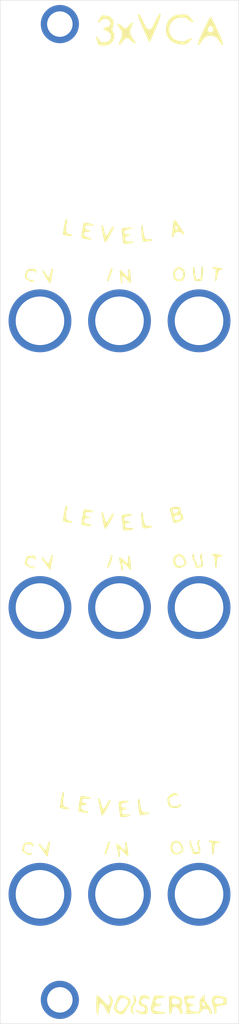
<source format=kicad_pcb>
(kicad_pcb (version 20171130) (host pcbnew 5.1.10-88a1d61d58~88~ubuntu20.04.1)

  (general
    (thickness 1.6)
    (drawings 4)
    (tracks 0)
    (zones 0)
    (modules 19)
    (nets 1)
  )

  (page A4)
  (layers
    (0 F.Cu signal)
    (31 B.Cu signal)
    (32 B.Adhes user)
    (33 F.Adhes user)
    (34 B.Paste user)
    (35 F.Paste user)
    (36 B.SilkS user)
    (37 F.SilkS user)
    (38 B.Mask user)
    (39 F.Mask user)
    (40 Dwgs.User user)
    (41 Cmts.User user)
    (42 Eco1.User user)
    (43 Eco2.User user)
    (44 Edge.Cuts user)
    (45 Margin user)
    (46 B.CrtYd user)
    (47 F.CrtYd user)
    (48 B.Fab user)
    (49 F.Fab user)
  )

  (setup
    (last_trace_width 0.25)
    (trace_clearance 0.2)
    (zone_clearance 0.508)
    (zone_45_only no)
    (trace_min 0.2)
    (via_size 0.8)
    (via_drill 0.4)
    (via_min_size 0.4)
    (via_min_drill 0.3)
    (uvia_size 0.3)
    (uvia_drill 0.1)
    (uvias_allowed no)
    (uvia_min_size 0.2)
    (uvia_min_drill 0.1)
    (edge_width 0.05)
    (segment_width 0.2)
    (pcb_text_width 0.3)
    (pcb_text_size 1.5 1.5)
    (mod_edge_width 0.12)
    (mod_text_size 1 1)
    (mod_text_width 0.15)
    (pad_size 1.524 1.524)
    (pad_drill 0.762)
    (pad_to_mask_clearance 0)
    (aux_axis_origin 0 0)
    (visible_elements FFF9EF7F)
    (pcbplotparams
      (layerselection 0x010e0_ffffffff)
      (usegerberextensions false)
      (usegerberattributes false)
      (usegerberadvancedattributes false)
      (creategerberjobfile false)
      (excludeedgelayer true)
      (linewidth 0.150000)
      (plotframeref false)
      (viasonmask false)
      (mode 1)
      (useauxorigin false)
      (hpglpennumber 1)
      (hpglpenspeed 20)
      (hpglpendiameter 15.000000)
      (psnegative false)
      (psa4output false)
      (plotreference false)
      (plotvalue false)
      (plotinvisibletext false)
      (padsonsilk false)
      (subtractmaskfromsilk false)
      (outputformat 1)
      (mirror false)
      (drillshape 0)
      (scaleselection 1)
      (outputdirectory "/home/cody/Main/Designs/3xVCA/Panel/Gerbers/Production/3xVCA_panel_gerbers/"))
  )

  (net 0 "")

  (net_class Default "This is the default net class."
    (clearance 0.2)
    (trace_width 0.25)
    (via_dia 0.8)
    (via_drill 0.4)
    (uvia_dia 0.3)
    (uvia_drill 0.1)
  )

  (module user-artwork:3xVCA-green (layer F.Cu) (tedit 608C4AD2) (tstamp 608CA9F7)
    (at 14 -55)
    (fp_text reference G*** (at 0 0) (layer F.SilkS) hide
      (effects (font (size 1.524 1.524) (thickness 0.3)))
    )
    (fp_text value LOGO (at 0.75 0) (layer F.SilkS) hide
      (effects (font (size 1.524 1.524) (thickness 0.3)))
    )
    (fp_poly (pts (xy 7.151437 -35.94391) (xy 7.222888 -35.869209) (xy 7.281935 -35.763841) (xy 7.315758 -35.644434)
      (xy 7.316554 -35.553436) (xy 7.269648 -35.474365) (xy 7.179433 -35.437676) (xy 7.080331 -35.452187)
      (xy 7.037619 -35.481981) (xy 7.003731 -35.55972) (xy 6.98775 -35.683298) (xy 6.990909 -35.815543)
      (xy 7.014441 -35.919285) (xy 7.022598 -35.934788) (xy 7.0804 -35.971313) (xy 7.151437 -35.94391)) (layer F.Mask) (width 0.01))
    (fp_poly (pts (xy 7.424208 -0.248708) (xy 7.442836 -0.144248) (xy 7.450666 -0.077841) (xy 7.450667 -0.077578)
      (xy 7.415432 -0.042982) (xy 7.325206 0.012464) (xy 7.203205 0.077178) (xy 7.072647 0.139575)
      (xy 6.956748 0.188073) (xy 6.878725 0.211088) (xy 6.870984 0.211633) (xy 6.811275 0.180152)
      (xy 6.754567 0.11758) (xy 6.70787 0.00565) (xy 6.690478 -0.131853) (xy 6.703619 -0.258512)
      (xy 6.739467 -0.3302) (xy 6.809847 -0.357875) (xy 6.944112 -0.375733) (xy 7.094008 -0.381)
      (xy 7.39775 -0.381) (xy 7.424208 -0.248708)) (layer F.Mask) (width 0.01))
    (fp_poly (pts (xy 7.70315 0.54232) (xy 7.739531 0.697342) (xy 7.735261 0.797744) (xy 7.679032 0.868326)
      (xy 7.559537 0.933887) (xy 7.515592 0.953665) (xy 7.329573 1.0328) (xy 7.201966 1.07556)
      (xy 7.11535 1.083227) (xy 7.052307 1.057083) (xy 6.995416 0.99841) (xy 6.990581 0.992313)
      (xy 6.928931 0.873494) (xy 6.899779 0.73313) (xy 6.904001 0.599375) (xy 6.942474 0.500382)
      (xy 6.974417 0.472931) (xy 7.052173 0.450725) (xy 7.186058 0.428536) (xy 7.34766 0.411035)
      (xy 7.354136 0.410512) (xy 7.659773 0.386141) (xy 7.70315 0.54232)) (layer F.Mask) (width 0.01))
    (fp_poly (pts (xy -6.12904 -38.149432) (xy -5.729568 -38.054197) (xy -5.340093 -37.878523) (xy -4.967327 -37.622062)
      (xy -4.931924 -37.592549) (xy -4.745613 -37.455284) (xy -4.536927 -37.345119) (xy -4.291989 -37.25755)
      (xy -3.99692 -37.188069) (xy -3.637845 -37.132173) (xy -3.443857 -37.109403) (xy -3.168487 -37.079635)
      (xy -2.864799 -37.046775) (xy -2.571624 -37.015026) (xy -2.3495 -36.990946) (xy -2.215051 -36.979251)
      (xy -2.040017 -36.969256) (xy -1.819344 -36.96089) (xy -1.547976 -36.954084) (xy -1.220858 -36.948769)
      (xy -0.832935 -36.944874) (xy -0.379151 -36.942331) (xy 0.145549 -36.94107) (xy 0.74622 -36.94102)
      (xy 1.227667 -36.941694) (xy 4.296833 -36.947555) (xy 4.716861 -37.053989) (xy 4.8975 -37.09693)
      (xy 5.049308 -37.127758) (xy 5.152521 -37.142755) (xy 5.184808 -37.142036) (xy 5.2466 -37.148288)
      (xy 5.358094 -37.183239) (xy 5.46736 -37.227414) (xy 5.868342 -37.36017) (xy 6.28419 -37.41612)
      (xy 6.704015 -37.399114) (xy 7.116927 -37.313001) (xy 7.512038 -37.161631) (xy 7.878457 -36.948852)
      (xy 8.205297 -36.678515) (xy 8.481666 -36.354466) (xy 8.633739 -36.108168) (xy 8.79738 -35.725197)
      (xy 8.877166 -35.350045) (xy 8.873732 -34.985091) (xy 8.787713 -34.632714) (xy 8.619746 -34.295295)
      (xy 8.370467 -33.975214) (xy 8.040511 -33.674851) (xy 7.969047 -33.620426) (xy 7.550132 -33.340474)
      (xy 7.103856 -33.104023) (xy 6.619802 -32.907489) (xy 6.087552 -32.747289) (xy 5.496691 -32.619841)
      (xy 4.8368 -32.521561) (xy 4.741333 -32.510272) (xy 4.626395 -32.501972) (xy 4.435159 -32.494109)
      (xy 4.17599 -32.486725) (xy 3.857256 -32.479863) (xy 3.487323 -32.473567) (xy 3.074558 -32.467878)
      (xy 2.627328 -32.46284) (xy 2.154 -32.458496) (xy 1.66294 -32.454889) (xy 1.162515 -32.452061)
      (xy 0.661092 -32.450056) (xy 0.167038 -32.448916) (xy -0.31128 -32.448684) (xy -0.765497 -32.449403)
      (xy -1.187244 -32.451116) (xy -1.568155 -32.453866) (xy -1.899864 -32.457695) (xy -2.174003 -32.462647)
      (xy -2.382206 -32.468765) (xy -2.4765 -32.473282) (xy -3.42605 -32.555986) (xy -4.304849 -32.684677)
      (xy -5.11333 -32.859496) (xy -5.851923 -33.080586) (xy -6.52106 -33.348089) (xy -7.121174 -33.662148)
      (xy -7.652694 -34.022906) (xy -7.965097 -34.285708) (xy -8.225252 -34.558541) (xy -4.783667 -34.558541)
      (xy -4.783667 -34.380442) (xy -4.47675 -34.315321) (xy -4.143507 -34.251069) (xy -3.884933 -34.215436)
      (xy -3.702447 -34.208526) (xy -3.597466 -34.230443) (xy -3.576021 -34.249521) (xy -3.573485 -34.31893)
      (xy -3.653088 -34.382417) (xy -3.812414 -34.438439) (xy -3.905715 -34.460031) (xy -4.152714 -34.522973)
      (xy -4.32459 -34.597945) (xy -4.430736 -34.691937) (xy -4.480546 -34.811944) (xy -4.487333 -34.892959)
      (xy -4.468822 -35.014908) (xy -4.405182 -35.097383) (xy -4.284257 -35.148465) (xy -4.093891 -35.176231)
      (xy -4.056905 -35.179) (xy -3.873567 -35.202389) (xy -3.771755 -35.239463) (xy -3.750133 -35.28652)
      (xy -3.807367 -35.339858) (xy -3.942119 -35.395773) (xy -4.153055 -35.450563) (xy -4.15502 -35.450981)
      (xy -4.254763 -35.510437) (xy -4.320523 -35.619144) (xy -4.337693 -35.743933) (xy -4.316284 -35.817207)
      (xy -4.257078 -35.896614) (xy -4.226943 -35.914031) (xy -2.272918 -35.914031) (xy -2.271332 -35.856769)
      (xy -2.254397 -35.731475) (xy -2.224986 -35.552799) (xy -2.18597 -35.335392) (xy -2.140222 -35.093904)
      (xy -2.090615 -34.842985) (xy -2.040021 -34.597286) (xy -1.991312 -34.371458) (xy -1.947361 -34.180151)
      (xy -1.91104 -34.038015) (xy -1.89433 -33.983083) (xy -1.845248 -33.892611) (xy -1.782651 -33.877588)
      (xy -1.702091 -33.939578) (xy -1.599118 -34.080147) (xy -1.593523 -34.088917) (xy -1.525924 -34.200162)
      (xy -1.427606 -34.368218) (xy -1.308583 -34.57567) (xy -1.178865 -34.805102) (xy -1.079235 -34.983549)
      (xy -0.940797 -35.236509) (xy -0.842059 -35.426233) (xy -0.778916 -35.561936) (xy -0.772603 -35.580065)
      (xy 0.275167 -35.580065) (xy 0.286816 -35.347783) (xy 0.29892 -35.173543) (xy 0.319111 -34.954016)
      (xy 0.345035 -34.708857) (xy 0.374336 -34.457718) (xy 0.40466 -34.220252) (xy 0.433652 -34.016113)
      (xy 0.458955 -33.864955) (xy 0.471305 -33.808183) (xy 0.514262 -33.643865) (xy 0.881547 -33.673494)
      (xy 1.081968 -33.692922) (xy 1.279558 -33.71749) (xy 1.437174 -33.742478) (xy 1.4605 -33.747082)
      (xy 1.620986 -33.787328) (xy 1.705577 -33.828995) (xy 1.72287 -33.878894) (xy 1.692661 -33.930976)
      (xy 1.651802 -33.963719) (xy 1.585434 -33.980426) (xy 1.474952 -33.982828) (xy 1.301746 -33.972658)
      (xy 1.270638 -33.970268) (xy 1.091403 -33.957927) (xy 0.97413 -33.957162) (xy 0.896519 -33.971285)
      (xy 0.836272 -34.003606) (xy 0.789104 -34.041748) (xy 0.696852 -34.150069) (xy 0.66801 -34.27491)
      (xy 0.691184 -34.426066) (xy 0.710962 -34.482707) (xy 0.746922 -34.524508) (xy 0.815007 -34.559067)
      (xy 0.93116 -34.59398) (xy 1.111324 -34.636843) (xy 1.153583 -34.646395) (xy 1.247819 -34.693416)
      (xy 1.27 -34.756473) (xy 1.259787 -34.804743) (xy 1.215868 -34.830019) (xy 1.118325 -34.83939)
      (xy 1.034383 -34.840333) (xy 0.815186 -34.861436) (xy 0.662211 -34.922482) (xy 0.579392 -35.020078)
      (xy 0.570658 -35.15083) (xy 0.592753 -35.221543) (xy 0.643607 -35.304637) (xy 0.727243 -35.367497)
      (xy 0.859045 -35.417234) (xy 1.054397 -35.460962) (xy 1.145159 -35.476924) (xy 1.335203 -35.513429)
      (xy 1.452415 -35.54976) (xy 1.508395 -35.592004) (xy 1.514748 -35.646244) (xy 1.508129 -35.667297)
      (xy 1.503887 -35.673918) (xy 2.709671 -35.673918) (xy 2.715937 -35.515526) (xy 2.732795 -35.309677)
      (xy 2.757931 -35.072979) (xy 2.789034 -34.822036) (xy 2.823789 -34.573452) (xy 2.859884 -34.343833)
      (xy 2.895007 -34.149785) (xy 2.926843 -34.007911) (xy 2.951596 -33.937142) (xy 3.005163 -33.922146)
      (xy 3.130558 -33.923069) (xy 3.316624 -33.939036) (xy 3.552205 -33.969174) (xy 3.748659 -33.99956)
      (xy 3.933236 -34.035284) (xy 4.044687 -34.072482) (xy 4.094421 -34.117355) (xy 4.093847 -34.176104)
      (xy 4.090547 -34.185411) (xy 4.065384 -34.222266) (xy 4.013243 -34.241643) (xy 3.915606 -34.246274)
      (xy 3.753959 -34.238889) (xy 3.735759 -34.237736) (xy 3.569788 -34.228636) (xy 3.463319 -34.23162)
      (xy 3.391397 -34.252828) (xy 3.329068 -34.298401) (xy 3.274674 -34.351193) (xy 3.210187 -34.42359)
      (xy 3.15886 -34.505161) (xy 3.123729 -34.591978) (xy 6.614037 -34.591978) (xy 6.617355 -34.570259)
      (xy 6.676612 -34.513289) (xy 6.727753 -34.501667) (xy 6.789256 -34.523228) (xy 6.825065 -34.600879)
      (xy 6.83652 -34.660417) (xy 6.902181 -34.884964) (xy 7.020912 -35.044537) (xy 7.195641 -35.141554)
      (xy 7.429293 -35.178431) (xy 7.464347 -35.178934) (xy 7.592021 -35.172141) (xy 7.681323 -35.140277)
      (xy 7.768184 -35.066268) (xy 7.820542 -35.009667) (xy 7.938883 -34.8985) (xy 8.036501 -34.845841)
      (xy 8.103003 -34.85443) (xy 8.127994 -34.92701) (xy 8.128 -34.928584) (xy 8.104955 -34.984473)
      (xy 8.041259 -35.09719) (xy 7.945072 -35.254381) (xy 7.824552 -35.443693) (xy 7.687857 -35.652772)
      (xy 7.543147 -35.869265) (xy 7.39858 -36.080818) (xy 7.262316 -36.275077) (xy 7.142513 -36.43969)
      (xy 7.056241 -36.551377) (xy 6.969358 -36.637321) (xy 6.901243 -36.651688) (xy 6.847849 -36.590943)
      (xy 6.805127 -36.451552) (xy 6.780152 -36.310349) (xy 6.748665 -36.082914) (xy 6.717503 -35.829807)
      (xy 6.688034 -35.56567) (xy 6.661628 -35.305143) (xy 6.639656 -35.06287) (xy 6.623487 -34.85349)
      (xy 6.614491 -34.691646) (xy 6.614037 -34.591978) (xy 3.123729 -34.591978) (xy 3.116479 -34.609894)
      (xy 3.078829 -34.751778) (xy 3.041695 -34.944799) (xy 3.000863 -35.202946) (xy 2.984477 -35.314305)
      (xy 2.951705 -35.515904) (xy 2.916812 -35.691157) (xy 2.884136 -35.820347) (xy 2.859671 -35.881689)
      (xy 2.797726 -35.932311) (xy 2.74904 -35.905152) (xy 2.718269 -35.806662) (xy 2.709671 -35.673918)
      (xy 1.503887 -35.673918) (xy 1.486363 -35.701267) (xy 1.442107 -35.720371) (xy 1.358597 -35.726357)
      (xy 1.219064 -35.720976) (xy 1.082864 -35.71166) (xy 0.878811 -35.692668) (xy 0.680239 -35.6674)
      (xy 0.5208 -35.640346) (xy 0.480486 -35.63129) (xy 0.275167 -35.580065) (xy -0.772603 -35.580065)
      (xy -0.747262 -35.652836) (xy -0.74299 -35.708149) (xy -0.749217 -35.724382) (xy -0.799649 -35.778633)
      (xy -0.856131 -35.77939) (xy -0.925934 -35.720658) (xy -1.016329 -35.59644) (xy -1.128178 -35.411833)
      (xy -1.277544 -35.157744) (xy -1.39402 -34.970159) (xy -1.483928 -34.840545) (xy -1.553586 -34.760366)
      (xy -1.609316 -34.721087) (xy -1.645414 -34.713333) (xy -1.705074 -34.722682) (xy -1.7534 -34.758736)
      (xy -1.79585 -34.833505) (xy -1.837881 -34.959001) (xy -1.884951 -35.147234) (xy -1.925175 -35.329051)
      (xy -1.969328 -35.531641) (xy -2.00893 -35.708633) (xy -2.039638 -35.840919) (xy -2.057064 -35.90925)
      (xy -2.110918 -35.969476) (xy -2.192494 -35.978605) (xy -2.261333 -35.935739) (xy -2.272918 -35.914031)
      (xy -4.226943 -35.914031) (xy -4.171348 -35.946163) (xy -4.043491 -35.969537) (xy -3.857904 -35.970424)
      (xy -3.706413 -35.961252) (xy -3.519719 -35.949033) (xy -3.400536 -35.947356) (xy -3.332178 -35.957856)
      (xy -3.297959 -35.982166) (xy -3.287544 -36.002277) (xy -3.292012 -36.062688) (xy -3.365833 -36.115777)
      (xy -3.398183 -36.130196) (xy -3.493509 -36.160103) (xy -3.639101 -36.19442) (xy -3.815366 -36.229841)
      (xy -4.00271 -36.263059) (xy -4.181541 -36.290768) (xy -4.332266 -36.309662) (xy -4.435291 -36.316435)
      (xy -4.470039 -36.311073) (xy -4.493253 -36.254133) (xy -4.525738 -36.129028) (xy -4.564697 -35.951398)
      (xy -4.607331 -35.736878) (xy -4.650841 -35.501108) (xy -4.692429 -35.259724) (xy -4.729296 -35.028364)
      (xy -4.758644 -34.822666) (xy -4.777674 -34.658267) (xy -4.783667 -34.558541) (xy -8.225252 -34.558541)
      (xy -8.270121 -34.605596) (xy -8.465019 -34.891661) (xy -7.088933 -34.891661) (xy -7.077362 -34.831102)
      (xy -7.077125 -34.830859) (xy -7.013958 -34.80099) (xy -6.888618 -34.764099) (xy -6.722808 -34.724718)
      (xy -6.53823 -34.687376) (xy -6.356587 -34.656607) (xy -6.199581 -34.63694) (xy -6.126422 -34.632359)
      (xy -5.999078 -34.64585) (xy -5.940515 -34.695977) (xy -5.940336 -34.696439) (xy -5.93707 -34.756147)
      (xy -5.986202 -34.804591) (xy -6.098516 -34.848006) (xy -6.276634 -34.890921) (xy -6.457757 -34.945288)
      (xy -6.588144 -35.017483) (xy -6.61179 -35.039126) (xy -6.683745 -35.167146) (xy -6.719205 -35.361255)
      (xy -6.718368 -35.624786) (xy -6.681434 -35.961073) (xy -6.670827 -36.030475) (xy -6.639207 -36.230035)
      (xy -6.610308 -36.412575) (xy -6.588132 -36.552809) (xy -6.579375 -36.608303) (xy -6.576262 -36.715748)
      (xy -6.615704 -36.768124) (xy -6.62599 -36.772674) (xy -6.704123 -36.776589) (xy -6.731663 -36.761538)
      (xy -6.7663 -36.693469) (xy -6.808253 -36.559442) (xy -6.854869 -36.374283) (xy -6.903496 -36.152815)
      (xy -6.95148 -35.909861) (xy -6.99617 -35.660247) (xy -7.034913 -35.418796) (xy -7.065056 -35.200331)
      (xy -7.083947 -35.019678) (xy -7.088933 -34.891661) (xy -8.465019 -34.891661) (xy -8.493857 -34.933988)
      (xy -8.639669 -35.277834) (xy -8.710924 -35.644086) (xy -8.719632 -35.844415) (xy -8.691813 -36.235472)
      (xy -8.606382 -36.583981) (xy -8.456436 -36.906087) (xy -8.235077 -37.217932) (xy -8.04137 -37.431212)
      (xy -7.692619 -37.732948) (xy -7.320297 -37.955986) (xy -6.931117 -38.099978) (xy -6.531794 -38.164576)
      (xy -6.12904 -38.149432)) (layer F.Mask) (width 0.01))
    (fp_poly (pts (xy -6.090736 -2.107651) (xy -5.839524 -2.072079) (xy -5.594735 -1.995676) (xy -5.334191 -1.871629)
      (xy -5.054218 -1.70494) (xy -4.71418 -1.503201) (xy -4.366407 -1.328113) (xy -4.002203 -1.177708)
      (xy -3.612871 -1.050018) (xy -3.189715 -0.943074) (xy -2.724038 -0.854909) (xy -2.207143 -0.783554)
      (xy -1.630333 -0.727041) (xy -0.984914 -0.683401) (xy -0.423333 -0.656835) (xy -0.173459 -0.644962)
      (xy 0.132473 -0.627546) (xy 0.466169 -0.606363) (xy 0.799336 -0.583189) (xy 1.037167 -0.565149)
      (xy 1.485109 -0.535841) (xy 1.919586 -0.519094) (xy 2.31304 -0.515763) (xy 2.497667 -0.519805)
      (xy 2.742795 -0.531362) (xy 2.959629 -0.549808) (xy 3.16272 -0.578887) (xy 3.366621 -0.622343)
      (xy 3.585883 -0.683918) (xy 3.835058 -0.767357) (xy 4.128698 -0.876401) (xy 4.481354 -1.014795)
      (xy 4.588504 -1.05765) (xy 5.115078 -1.256162) (xy 5.58281 -1.404068) (xy 6.000094 -1.502217)
      (xy 6.375325 -1.551458) (xy 6.716898 -1.552642) (xy 7.033206 -1.506616) (xy 7.332644 -1.414232)
      (xy 7.480075 -1.350248) (xy 7.779634 -1.164607) (xy 8.053094 -0.911725) (xy 8.287414 -0.608015)
      (xy 8.469552 -0.269888) (xy 8.571179 0.022926) (xy 8.619935 0.30445) (xy 8.635344 0.62168)
      (xy 8.617936 0.939242) (xy 8.568243 1.221759) (xy 8.552346 1.27792) (xy 8.423763 1.596976)
      (xy 8.244145 1.873275) (xy 8.00393 2.117532) (xy 7.693557 2.340464) (xy 7.508938 2.447355)
      (xy 6.623526 2.881035) (xy 5.707706 3.236594) (xy 4.766532 3.512345) (xy 3.805059 3.706601)
      (xy 3.680427 3.725548) (xy 3.439061 3.756179) (xy 3.143499 3.786365) (xy 2.812923 3.814832)
      (xy 2.466518 3.840305) (xy 2.123465 3.861509) (xy 1.802948 3.877169) (xy 1.524149 3.886009)
      (xy 1.306253 3.886755) (xy 1.27 3.885763) (xy 1.107941 3.880176) (xy 0.904587 3.873267)
      (xy 0.703265 3.866509) (xy 0.6985 3.86635) (xy 0.193219 3.846745) (xy -0.331293 3.821292)
      (xy -0.8616 3.790972) (xy -1.384261 3.756761) (xy -1.885838 3.719639) (xy -2.352894 3.680585)
      (xy -2.771988 3.640576) (xy -3.129683 3.600592) (xy -3.344333 3.571977) (xy -4.154692 3.428733)
      (xy -4.918176 3.243787) (xy -5.625141 3.019908) (xy -6.265944 2.75986) (xy -6.406038 2.693726)
      (xy -6.885551 2.442844) (xy -7.286131 2.193489) (xy -7.613305 1.941248) (xy -7.872599 1.681706)
      (xy -8.059125 1.424793) (xy -4.783667 1.424793) (xy -4.783667 1.602891) (xy -4.47675 1.668012)
      (xy -4.143507 1.732265) (xy -3.884933 1.767898) (xy -3.702447 1.774807) (xy -3.597466 1.75289)
      (xy -3.576021 1.733812) (xy -3.573485 1.664403) (xy -3.653088 1.600917) (xy -3.812414 1.544895)
      (xy -3.905715 1.523302) (xy -4.152714 1.46036) (xy -4.32459 1.385389) (xy -4.430736 1.291396)
      (xy -4.480546 1.17139) (xy -4.487333 1.090374) (xy -4.468822 0.968426) (xy -4.405182 0.88595)
      (xy -4.284257 0.834868) (xy -4.093891 0.807102) (xy -4.056905 0.804333) (xy -3.873567 0.780944)
      (xy -3.771755 0.74387) (xy -3.750133 0.696813) (xy -3.807367 0.643476) (xy -3.942119 0.587561)
      (xy -4.153055 0.532771) (xy -4.15502 0.532352) (xy -4.254763 0.472897) (xy -4.320523 0.36419)
      (xy -4.337693 0.2394) (xy -4.316284 0.166126) (xy -4.257078 0.086719) (xy -4.20505 0.056649)
      (xy -2.268063 0.056649) (xy -2.266553 0.114343) (xy -2.249463 0.240536) (xy -2.219497 0.421063)
      (xy -2.179362 0.641755) (xy -2.131765 0.888445) (xy -2.079411 1.146965) (xy -2.025006 1.403149)
      (xy -1.971258 1.642827) (xy -1.939491 1.776758) (xy -1.884363 1.96926) (xy -1.829334 2.079949)
      (xy -1.768784 2.111486) (xy -1.697091 2.066532) (xy -1.608635 1.947747) (xy -1.601632 1.936674)
      (xy -1.502587 1.773485) (xy -1.387474 1.575208) (xy -1.263313 1.354923) (xy -1.137125 1.125712)
      (xy -1.015928 0.900653) (xy -0.906745 0.692829) (xy -0.816595 0.51532) (xy -0.756494 0.389565)
      (xy 0.283991 0.389565) (xy 0.311628 0.819199) (xy 0.328371 1.034995) (xy 0.351847 1.278032)
      (xy 0.379751 1.529745) (xy 0.409775 1.771572) (xy 0.439614 1.984948) (xy 0.46696 2.15131)
      (xy 0.489509 2.252092) (xy 0.489741 2.252829) (xy 0.50858 2.293685) (xy 0.544819 2.316846)
      (xy 0.616187 2.324877) (xy 0.740409 2.320342) (xy 0.883917 2.309846) (xy 1.08826 2.289758)
      (xy 1.293551 2.26285) (xy 1.460468 2.234387) (xy 1.482692 2.229663) (xy 1.620343 2.19293)
      (xy 1.691573 2.154331) (xy 1.714197 2.103478) (xy 1.7145 2.09451) (xy 1.708537 2.056624)
      (xy 1.680511 2.032279) (xy 1.615214 2.01851) (xy 1.497442 2.012353) (xy 1.311988 2.010843)
      (xy 1.285347 2.010833) (xy 1.04289 2.004286) (xy 0.872696 1.980581) (xy 0.763088 1.933618)
      (xy 0.702388 1.857301) (xy 0.678919 1.74553) (xy 0.677333 1.693333) (xy 0.703661 1.545491)
      (xy 0.788966 1.445749) (xy 0.942733 1.384565) (xy 0.994833 1.373843) (xy 1.171274 1.331356)
      (xy 1.267739 1.280209) (xy 1.288702 1.217814) (xy 1.285061 1.205854) (xy 1.240683 1.166584)
      (xy 1.136769 1.146886) (xy 1.01616 1.143) (xy 0.817179 1.119976) (xy 0.67142 1.056971)
      (xy 0.586422 0.963087) (xy 0.569726 0.847425) (xy 0.62887 0.719086) (xy 0.646711 0.697008)
      (xy 0.711328 0.636422) (xy 0.797082 0.591044) (xy 0.924695 0.552854) (xy 1.114888 0.513831)
      (xy 1.124498 0.512065) (xy 1.3062 0.476405) (xy 1.419357 0.446311) (xy 1.47927 0.415593)
      (xy 1.50124 0.378057) (xy 1.502833 0.358954) (xy 1.496314 0.318481) (xy 1.487144 0.311173)
      (xy 2.709333 0.311173) (xy 2.715401 0.46257) (xy 2.732062 0.662968) (xy 2.756999 0.895782)
      (xy 2.787898 1.144431) (xy 2.822442 1.392329) (xy 2.858316 1.622894) (xy 2.893205 1.819542)
      (xy 2.924794 1.965691) (xy 2.950765 2.044756) (xy 2.951596 2.046191) (xy 3.005163 2.061187)
      (xy 3.130558 2.060265) (xy 3.316624 2.044297) (xy 3.552205 2.014159) (xy 3.748659 1.983774)
      (xy 3.933236 1.948049) (xy 4.044687 1.910851) (xy 4.094421 1.865979) (xy 4.093847 1.807229)
      (xy 4.090547 1.797922) (xy 4.065384 1.761067) (xy 4.013243 1.74169) (xy 3.915606 1.737059)
      (xy 3.753959 1.744444) (xy 3.735759 1.745597) (xy 3.569788 1.754697) (xy 3.463319 1.751713)
      (xy 3.391397 1.730505) (xy 3.329068 1.684932) (xy 3.274674 1.63214) (xy 3.210187 1.559744)
      (xy 3.15886 1.478172) (xy 3.116479 1.373439) (xy 3.078829 1.231556) (xy 3.041695 1.038534)
      (xy 3.000863 0.780387) (xy 2.984477 0.669028) (xy 2.951705 0.46743) (xy 2.916812 0.292176)
      (xy 2.884136 0.162986) (xy 2.859671 0.101644) (xy 2.797735 0.051) (xy 2.749055 0.078236)
      (xy 2.718181 0.177014) (xy 2.709333 0.311173) (xy 1.487144 0.311173) (xy 1.465762 0.294133)
      (xy 1.39469 0.282377) (xy 1.266607 0.279681) (xy 1.139887 0.281198) (xy 0.933018 0.290566)
      (xy 0.722129 0.309723) (xy 0.548751 0.334773) (xy 0.530466 0.338397) (xy 0.283991 0.389565)
      (xy -0.756494 0.389565) (xy -0.752498 0.381206) (xy -0.721475 0.303568) (xy -0.719667 0.293356)
      (xy -0.730401 0.231431) (xy -0.780495 0.204) (xy -0.851811 0.194733) (xy -0.888682 0.228021)
      (xy -0.957856 0.322411) (xy -1.050645 0.46492) (xy -1.158361 0.642569) (xy -1.203168 0.719667)
      (xy -1.323914 0.927806) (xy -1.412743 1.073048) (xy -1.478721 1.166583) (xy -1.530913 1.219598)
      (xy -1.578387 1.243284) (xy -1.630209 1.24883) (xy -1.63194 1.248833) (xy -1.68984 1.242465)
      (xy -1.737067 1.216103) (xy -1.778167 1.158865) (xy -1.817686 1.059868) (xy -1.860172 0.908228)
      (xy -1.91017 0.693061) (xy -1.9591 0.465667) (xy -2.002924 0.266803) (xy -2.037742 0.136397)
      (xy -2.069694 0.059604) (xy -2.104922 0.021579) (xy -2.148606 0.007614) (xy -2.235528 0.021275)
      (xy -2.268063 0.056649) (xy -4.20505 0.056649) (xy -4.171348 0.037171) (xy -4.043491 0.013796)
      (xy -3.857904 0.012909) (xy -3.706413 0.022082) (xy -3.519719 0.0343) (xy -3.400536 0.035977)
      (xy -3.332178 0.025477) (xy -3.297959 0.001168) (xy -3.287544 -0.018944) (xy -3.292012 -0.079355)
      (xy -3.365833 -0.132444) (xy -3.398183 -0.146863) (xy -3.493509 -0.17677) (xy -3.639101 -0.211087)
      (xy -3.815366 -0.246508) (xy -4.00271 -0.279726) (xy -4.181541 -0.307435) (xy -4.332266 -0.326329)
      (xy -4.435291 -0.333101) (xy -4.470039 -0.327739) (xy -4.493253 -0.270799) (xy -4.525738 -0.145695)
      (xy -4.564697 0.031936) (xy -4.607331 0.246455) (xy -4.650841 0.482226) (xy -4.692429 0.72361)
      (xy -4.729296 0.95497) (xy -4.758644 1.160668) (xy -4.777674 1.325066) (xy -4.783667 1.424793)
      (xy -8.059125 1.424793) (xy -8.069538 1.410451) (xy -8.116583 1.327453) (xy -8.213924 1.091673)
      (xy -7.088933 1.091673) (xy -7.077362 1.152231) (xy -7.077125 1.152475) (xy -7.013958 1.182343)
      (xy -6.888618 1.219234) (xy -6.722808 1.258616) (xy -6.53823 1.295957) (xy -6.356587 1.326727)
      (xy -6.199581 1.346393) (xy -6.126422 1.350974) (xy -5.999078 1.337483) (xy -5.940515 1.287356)
      (xy -5.940336 1.286894) (xy -5.93707 1.227186) (xy -5.986202 1.178742) (xy -6.098516 1.135327)
      (xy -6.276634 1.092413) (xy -6.457757 1.038045) (xy -6.588144 0.965851) (xy -6.61179 0.944207)
      (xy -6.683745 0.816188) (xy -6.719205 0.622079) (xy -6.718368 0.358547) (xy -6.681434 0.022261)
      (xy -6.670827 -0.047142) (xy -6.639207 -0.246701) (xy -6.619793 -0.36933) (xy 6.35057 -0.36933)
      (xy 6.361271 -0.298338) (xy 6.3902 -0.162126) (xy 6.43319 0.022874) (xy 6.486078 0.24023)
      (xy 6.544697 0.47351) (xy 6.604884 0.706283) (xy 6.662472 0.922116) (xy 6.713298 1.104577)
      (xy 6.753196 1.237235) (xy 6.770196 1.286189) (xy 6.805253 1.359832) (xy 6.85224 1.39099)
      (xy 6.939341 1.390748) (xy 7.012564 1.38152) (xy 7.136156 1.34962) (xy 7.305237 1.286338)
      (xy 7.491984 1.20265) (xy 7.584833 1.15577) (xy 7.749359 1.066184) (xy 7.887156 0.985889)
      (xy 7.979683 0.925971) (xy 8.006345 0.903726) (xy 8.031143 0.816305) (xy 8.017705 0.682378)
      (xy 7.973491 0.526716) (xy 7.905961 0.374089) (xy 7.822576 0.249269) (xy 7.802843 0.227998)
      (xy 7.71653 0.129855) (xy 7.687403 0.055792) (xy 7.69856 -0.005889) (xy 7.709105 -0.114688)
      (xy 7.687272 -0.277881) (xy 7.671434 -0.347117) (xy 7.636229 -0.470363) (xy 7.593613 -0.554563)
      (xy 7.528596 -0.606058) (xy 7.426188 -0.63119) (xy 7.271399 -0.6363) (xy 7.04924 -0.627731)
      (xy 7.012631 -0.625839) (xy 6.726954 -0.597875) (xy 6.522115 -0.547869) (xy 6.3971 -0.475429)
      (xy 6.350895 -0.380162) (xy 6.35057 -0.36933) (xy -6.619793 -0.36933) (xy -6.610308 -0.429241)
      (xy -6.588132 -0.569476) (xy -6.579375 -0.62497) (xy -6.576262 -0.732414) (xy -6.615704 -0.78479)
      (xy -6.62599 -0.789341) (xy -6.704123 -0.793255) (xy -6.731663 -0.778205) (xy -6.7663 -0.710135)
      (xy -6.808253 -0.576109) (xy -6.854869 -0.39095) (xy -6.903496 -0.169481) (xy -6.95148 0.073472)
      (xy -6.99617 0.323086) (xy -7.034913 0.564538) (xy -7.065056 0.783002) (xy -7.083947 0.963655)
      (xy -7.088933 1.091673) (xy -8.213924 1.091673) (xy -8.274472 0.945015) (xy -8.357677 0.54248)
      (xy -8.369757 0.131011) (xy -8.314271 -0.278229) (xy -8.194775 -0.674079) (xy -8.014827 -1.045375)
      (xy -7.777987 -1.380956) (xy -7.487812 -1.669659) (xy -7.147859 -1.900322) (xy -7.075808 -1.937718)
      (xy -6.910695 -2.014711) (xy -6.773898 -2.062853) (xy -6.631742 -2.090331) (xy -6.450551 -2.105335)
      (xy -6.370552 -2.109203) (xy -6.090736 -2.107651)) (layer F.Mask) (width 0.01))
    (fp_poly (pts (xy 6.740112 34.174965) (xy 6.950401 34.191797) (xy 7.115638 34.222696) (xy 7.275324 34.277408)
      (xy 7.422302 34.343295) (xy 7.771665 34.554142) (xy 8.064943 34.824862) (xy 8.297919 35.148411)
      (xy 8.466376 35.517743) (xy 8.566096 35.925812) (xy 8.593667 36.300297) (xy 8.55951 36.707895)
      (xy 8.456578 37.066596) (xy 8.284182 37.377831) (xy 8.04163 37.643034) (xy 7.888423 37.762611)
      (xy 7.81491 37.812515) (xy 7.743048 37.856023) (xy 7.663031 37.896483) (xy 7.565054 37.937243)
      (xy 7.43931 37.981652) (xy 7.275995 38.033059) (xy 7.065301 38.094813) (xy 6.797423 38.17026)
      (xy 6.462556 38.262752) (xy 6.265333 38.316875) (xy 5.753523 38.457617) (xy 5.311586 38.579082)
      (xy 4.928907 38.682698) (xy 4.594869 38.769891) (xy 4.298858 38.842089) (xy 4.030259 38.900718)
      (xy 3.778457 38.947206) (xy 3.532835 38.98298) (xy 3.282779 39.009467) (xy 3.017674 39.028095)
      (xy 2.726903 39.040289) (xy 2.399853 39.047479) (xy 2.025907 39.05109) (xy 1.594451 39.052549)
      (xy 1.094868 39.053285) (xy 0.783167 39.053908) (xy 0.325733 39.054816) (xy -0.113541 39.055228)
      (xy -0.52606 39.055167) (xy -0.90323 39.054654) (xy -1.236456 39.053713) (xy -1.517143 39.052365)
      (xy -1.736696 39.050634) (xy -1.886519 39.048542) (xy -1.947333 39.046779) (xy -2.313743 39.026689)
      (xy -2.715963 39.00055) (xy -3.129191 38.970268) (xy -3.528625 38.937742) (xy -3.889463 38.904876)
      (xy -4.148667 38.87794) (xy -4.62275 38.818621) (xy -5.107767 38.746864) (xy -5.592237 38.665121)
      (xy -6.064677 38.575843) (xy -6.513605 38.481482) (xy -6.927537 38.384489) (xy -7.294992 38.287316)
      (xy -7.604487 38.192414) (xy -7.844539 38.102234) (xy -7.900185 38.077) (xy -8.222031 37.8795)
      (xy -8.48348 37.628946) (xy -8.646384 37.386846) (xy -5.164667 37.386846) (xy -5.164667 37.585997)
      (xy -4.923964 37.635967) (xy -4.604174 37.69878) (xy -4.358027 37.738387) (xy -4.177868 37.75522)
      (xy -4.056042 37.749716) (xy -3.984894 37.722308) (xy -3.961262 37.690634) (xy -3.955469 37.631052)
      (xy -3.998672 37.584943) (xy -4.102727 37.545349) (xy -4.275667 37.50606) (xy -4.430541 37.47147)
      (xy -4.569584 37.433641) (xy -4.626603 37.414436) (xy -4.76866 37.321208) (xy -4.85001 37.187402)
      (xy -4.863703 37.03407) (xy -4.802792 36.882265) (xy -4.802433 36.881753) (xy -4.755577 36.830708)
      (xy -4.689603 36.802141) (xy -4.581207 36.789881) (xy -4.447129 36.787667) (xy -4.279522 36.782372)
      (xy -4.180971 36.764476) (xy -4.136407 36.730956) (xy -4.133606 36.724812) (xy -4.136311 36.668209)
      (xy -4.198221 36.617552) (xy -4.329094 36.566727) (xy -4.43453 36.536346) (xy -4.599621 36.462776)
      (xy -4.698867 36.35361) (xy -4.724463 36.218765) (xy -4.717229 36.177199) (xy -4.685243 36.098508)
      (xy -2.659548 36.098508) (xy -2.654361 36.179748) (xy -2.635987 36.301463) (xy -2.603225 36.474711)
      (xy -2.554876 36.710548) (xy -2.502349 36.960325) (xy -2.430272 37.299364) (xy -2.372406 37.564352)
      (xy -2.326205 37.764231) (xy -2.289124 37.907941) (xy -2.25862 38.004425) (xy -2.232147 38.062624)
      (xy -2.20716 38.091479) (xy -2.181116 38.099932) (xy -2.178009 38.1) (xy -2.124004 38.066593)
      (xy -2.046247 37.979707) (xy -1.974523 37.87775) (xy -1.906924 37.766505) (xy -1.808606 37.598449)
      (xy -1.689583 37.390997) (xy -1.559865 37.161565) (xy -1.460235 36.983118) (xy -1.321797 36.730157)
      (xy -1.223059 36.540434) (xy -1.190512 36.470485) (xy -0.114978 36.470485) (xy -0.110398 36.59793)
      (xy -0.096833 36.778357) (xy -0.076107 36.996399) (xy -0.050039 37.236687) (xy -0.020452 37.483852)
      (xy 0.010833 37.722525) (xy 0.041995 37.937339) (xy 0.071213 38.112924) (xy 0.096665 38.233912)
      (xy 0.11276 38.280542) (xy 0.165509 38.297423) (xy 0.282352 38.303052) (xy 0.443632 38.298586)
      (xy 0.629692 38.285178) (xy 0.820874 38.263984) (xy 0.997519 38.236159) (xy 1.050645 38.225422)
      (xy 1.20919 38.189789) (xy 1.299192 38.162361) (xy 1.334944 38.133828) (xy 1.330738 38.094878)
      (xy 1.311248 38.055639) (xy 1.281323 38.012159) (xy 1.236633 37.988587) (xy 1.157388 37.981883)
      (xy 1.023798 37.989005) (xy 0.929082 37.99692) (xy 0.682272 38.006428) (xy 0.503444 37.98313)
      (xy 0.381234 37.923767) (xy 0.304279 37.825084) (xy 0.300302 37.816638) (xy 0.272244 37.698583)
      (xy 0.297823 37.56632) (xy 0.324341 37.497702) (xy 0.361263 37.449067) (xy 0.425334 37.411737)
      (xy 0.533298 37.377033) (xy 0.7019 37.336277) (xy 0.772583 37.320272) (xy 0.866819 37.27325)
      (xy 0.889 37.210193) (xy 0.879823 37.164045) (xy 0.839636 37.138614) (xy 0.749458 37.127839)
      (xy 0.624417 37.125685) (xy 0.455124 37.121035) (xy 0.347517 37.10209) (xy 0.278778 37.059833)
      (xy 0.226088 36.985246) (xy 0.214404 36.96364) (xy 0.176656 36.82291) (xy 0.218423 36.702053)
      (xy 0.33608 36.604946) (xy 0.526001 36.535463) (xy 0.635 36.514097) (xy 0.852879 36.476709)
      (xy 0.997713 36.44158) (xy 1.080836 36.403994) (xy 1.113582 36.359235) (xy 1.11163 36.321603)
      (xy 2.328333 36.321603) (xy 2.334269 36.459602) (xy 2.350477 36.651813) (xy 2.374562 36.879861)
      (xy 2.404127 37.125373) (xy 2.436773 37.369976) (xy 2.470106 37.595294) (xy 2.501727 37.782954)
      (xy 2.52924 37.914583) (xy 2.541521 37.955835) (xy 2.569147 38.016761) (xy 2.607793 38.047637)
      (xy 2.680105 38.054674) (xy 2.808729 38.044086) (xy 2.847905 38.039893) (xy 3.04659 38.015566)
      (xy 3.261774 37.985026) (xy 3.367659 37.968158) (xy 3.552064 37.93178) (xy 3.663444 37.894349)
      (xy 3.713279 37.849584) (xy 3.713048 37.791206) (xy 3.709504 37.781144) (xy 3.683492 37.743258)
      (xy 3.629698 37.724197) (xy 3.528889 37.720977) (xy 3.376835 37.729529) (xy 3.211936 37.734799)
      (xy 3.070195 37.727806) (xy 2.981824 37.710069) (xy 2.980845 37.709632) (xy 2.884078 37.63796)
      (xy 2.802352 37.513542) (xy 2.732603 37.32833) (xy 2.671771 37.074275) (xy 2.618916 36.758114)
      (xy 2.577532 36.486051) (xy 2.541496 36.288645) (xy 2.51679 36.191869) (xy 6.021499 36.191869)
      (xy 6.052035 36.42459) (xy 6.124535 36.660705) (xy 6.136031 36.688266) (xy 6.232825 36.876353)
      (xy 6.345553 37.009855) (xy 6.488745 37.095855) (xy 6.676929 37.141433) (xy 6.924633 37.153671)
      (xy 7.081725 37.149212) (xy 7.308174 37.127986) (xy 7.467489 37.08918) (xy 7.51757 37.064496)
      (xy 7.632041 36.960923) (xy 7.686401 36.848914) (xy 7.673717 36.746982) (xy 7.648917 36.713774)
      (xy 7.603025 36.677351) (xy 7.557549 36.680116) (xy 7.490811 36.730142) (xy 7.417374 36.800005)
      (xy 7.306991 36.890852) (xy 7.190514 36.942925) (xy 7.048333 36.959097) (xy 6.860843 36.94224)
      (xy 6.674622 36.908835) (xy 6.580009 36.891231) (xy 6.512664 36.874212) (xy 6.464436 36.84461)
      (xy 6.427174 36.789257) (xy 6.392728 36.694986) (xy 6.352945 36.54863) (xy 6.299675 36.337021)
      (xy 6.285149 36.279667) (xy 6.215172 36.0045) (xy 6.375205 35.86614) (xy 6.509374 35.765782)
      (xy 6.673416 35.663831) (xy 6.760304 35.617664) (xy 6.894639 35.556643) (xy 6.985113 35.532883)
      (xy 7.061305 35.541506) (xy 7.111426 35.559762) (xy 7.244332 35.591934) (xy 7.33294 35.565424)
      (xy 7.365983 35.483705) (xy 7.366 35.481258) (xy 7.32803 35.413913) (xy 7.230344 35.347892)
      (xy 7.097277 35.294708) (xy 6.953164 35.265876) (xy 6.906116 35.263667) (xy 6.805906 35.290569)
      (xy 6.665036 35.36182) (xy 6.504022 35.463234) (xy 6.343378 35.580625) (xy 6.203617 35.699808)
      (xy 6.105256 35.806598) (xy 6.091051 35.82727) (xy 6.034109 35.985207) (xy 6.021499 36.191869)
      (xy 2.51679 36.191869) (xy 2.507711 36.156309) (xy 2.473082 36.079454) (xy 2.434511 36.048494)
      (xy 2.391187 36.052939) (xy 2.351896 36.097359) (xy 2.332202 36.201364) (xy 2.328333 36.321603)
      (xy 1.11163 36.321603) (xy 1.111333 36.315882) (xy 1.095536 36.273783) (xy 1.063751 36.249263)
      (xy 0.998793 36.239741) (xy 0.883475 36.242642) (xy 0.705538 36.255014) (xy 0.43689 36.280576)
      (xy 0.208696 36.312703) (xy 0.033124 36.349059) (xy -0.07766 36.387307) (xy -0.108754 36.411392)
      (xy -0.114978 36.470485) (xy -1.190512 36.470485) (xy -1.159916 36.40473) (xy -1.128262 36.313831)
      (xy -1.12399 36.258518) (xy -1.130217 36.242284) (xy -1.180649 36.188034) (xy -1.237131 36.187277)
      (xy -1.306934 36.246009) (xy -1.397329 36.370227) (xy -1.509178 36.554833) (xy -1.65678 36.806248)
      (xy -1.77151 36.991751) (xy -1.860076 37.120275) (xy -1.929189 37.200755) (xy -1.985556 37.242123)
      (xy -2.033758 37.253333) (xy -2.090475 37.237088) (xy -2.140948 37.181805) (xy -2.189138 37.077663)
      (xy -2.239008 36.914841) (xy -2.294519 36.683519) (xy -2.329646 36.519922) (xy -2.387909 36.268368)
      (xy -2.442373 36.095468) (xy -2.496034 35.995485) (xy -2.551891 35.96268) (xy -2.607985 35.987055)
      (xy -2.63516 36.013219) (xy -2.652747 36.046684) (xy -2.659548 36.098508) (xy -4.685243 36.098508)
      (xy -4.681495 36.089289) (xy -4.617626 36.031532) (xy -4.512131 36.000144) (xy -4.351518 35.991343)
      (xy -4.122295 36.001348) (xy -4.096372 36.003145) (xy -3.676159 36.032937) (xy -3.690163 35.934918)
      (xy -3.708551 35.881348) (xy -3.757432 35.841241) (xy -3.854555 35.805294) (xy -4.014369 35.764967)
      (xy -4.216687 35.723047) (xy -4.433158 35.685853) (xy -4.593576 35.664227) (xy -4.86258 35.635419)
      (xy -4.906351 35.798793) (xy -4.941221 35.947661) (xy -4.981705 36.149804) (xy -5.024627 36.385701)
      (xy -5.066811 36.635829) (xy -5.105083 36.880664) (xy -5.136266 37.100683) (xy -5.157185 37.276364)
      (xy -5.164667 37.386846) (xy -8.646384 37.386846) (xy -8.68169 37.334377) (xy -8.794389 37.053298)
      (xy -7.492992 37.053298) (xy -7.473004 37.108595) (xy -7.406039 37.156182) (xy -7.281612 37.200259)
      (xy -7.089239 37.245026) (xy -6.946501 37.272219) (xy -6.698139 37.312969) (xy -6.521189 37.331123)
      (xy -6.405469 37.326689) (xy -6.340795 37.299674) (xy -6.322275 37.272674) (xy -6.31 37.223868)
      (xy -6.327044 37.187254) (xy -6.387624 37.154017) (xy -6.505957 37.115342) (xy -6.633853 37.079465)
      (xy -6.846756 37.008019) (xy -6.98787 36.922448) (xy -7.07007 36.807683) (xy -7.106227 36.648654)
      (xy -7.111167 36.520723) (xy -7.102497 36.343926) (xy -7.080533 36.129983) (xy -7.049979 35.924477)
      (xy -7.049144 35.919833) (xy -7.018963 35.727869) (xy -6.996643 35.538684) (xy -6.986627 35.390542)
      (xy -6.986477 35.380083) (xy -6.990697 35.256669) (xy -7.011249 35.196674) (xy -7.056397 35.179235)
      (xy -7.06614 35.179) (xy -7.108881 35.192394) (xy -7.14515 35.24238) (xy -7.18161 35.343666)
      (xy -7.224928 35.510959) (xy -7.234014 35.549417) (xy -7.271258 35.720405) (xy -7.313354 35.932775)
      (xy -7.357176 36.168382) (xy -7.399599 36.409079) (xy -7.4375 36.636723) (xy -7.467754 36.833169)
      (xy -7.487236 36.980272) (xy -7.492992 37.053298) (xy -8.794389 37.053298) (xy -8.813821 37.004834)
      (xy -8.877032 36.649356) (xy -8.868482 36.276984) (xy -8.78533 35.896756) (xy -8.673842 35.615105)
      (xy -8.537248 35.3812) (xy -8.35709 35.148059) (xy -8.155745 34.941105) (xy -7.955589 34.785761)
      (xy -7.930349 34.770404) (xy -7.692721 34.649754) (xy -7.448389 34.56699) (xy -7.183536 34.520911)
      (xy -6.884344 34.510316) (xy -6.536996 34.534003) (xy -6.127675 34.590772) (xy -6.037878 34.605865)
      (xy -5.434279 34.705346) (xy -4.852426 34.791531) (xy -4.281011 34.865254) (xy -3.708724 34.927351)
      (xy -3.124259 34.978656) (xy -2.516307 35.020004) (xy -1.87356 35.05223) (xy -1.18471 35.07617)
      (xy -0.438449 35.092657) (xy 0.37653 35.102526) (xy 0.719667 35.104784) (xy 1.226247 35.107255)
      (xy 1.658511 35.108194) (xy 2.026806 35.106462) (xy 2.341481 35.100919) (xy 2.612884 35.090425)
      (xy 2.851364 35.073839) (xy 3.067269 35.050021) (xy 3.270948 35.017831) (xy 3.47275 34.976129)
      (xy 3.683022 34.923774) (xy 3.912114 34.859627) (xy 4.170373 34.782547) (xy 4.466167 34.692003)
      (xy 4.918773 34.55432) (xy 5.30029 34.441566) (xy 5.619873 34.35166) (xy 5.886675 34.282521)
      (xy 6.109849 34.232067) (xy 6.29855 34.198216) (xy 6.461932 34.178888) (xy 6.609148 34.172001)
      (xy 6.740112 34.174965)) (layer F.Mask) (width 0.01))
  )

  (module user-artwork:3xVCA-white (layer F.Cu) (tedit 608AF15A) (tstamp 608B54D5)
    (at 14 -55)
    (fp_text reference G*** (at 0 0) (layer F.SilkS) hide
      (effects (font (size 1.524 1.524) (thickness 0.3)))
    )
    (fp_text value LOGO (at 0.75 0) (layer F.SilkS) hide
      (effects (font (size 1.524 1.524) (thickness 0.3)))
    )
    (fp_poly (pts (xy 5.135109 -62.554858) (xy 5.164377 -62.483657) (xy 5.164667 -62.472566) (xy 5.14802 -62.342892)
      (xy 5.10105 -62.150565) (xy 5.028206 -61.910131) (xy 4.933942 -61.63613) (xy 4.82271 -61.343108)
      (xy 4.806507 -61.302565) (xy 4.697314 -61.033732) (xy 4.578328 -60.74547) (xy 4.454064 -60.448262)
      (xy 4.329041 -60.152594) (xy 4.207775 -59.86895) (xy 4.094784 -59.607815) (xy 3.994584 -59.379674)
      (xy 3.911693 -59.19501) (xy 3.850628 -59.064309) (xy 3.815906 -58.998056) (xy 3.811118 -58.992191)
      (xy 3.759457 -59.001185) (xy 3.735151 -59.023716) (xy 3.694606 -59.091821) (xy 3.625998 -59.226786)
      (xy 3.534265 -59.417502) (xy 3.424349 -59.652859) (xy 3.301189 -59.921748) (xy 3.169724 -60.21306)
      (xy 3.034897 -60.515687) (xy 2.901645 -60.818518) (xy 2.774911 -61.110445) (xy 2.659633 -61.380358)
      (xy 2.560751 -61.617149) (xy 2.483207 -61.809708) (xy 2.431939 -61.946926) (xy 2.422308 -61.976)
      (xy 2.357508 -62.18745) (xy 2.318589 -62.332542) (xy 2.303775 -62.424939) (xy 2.311289 -62.478303)
      (xy 2.339354 -62.506299) (xy 2.352581 -62.512207) (xy 2.402025 -62.514183) (xy 2.458982 -62.479229)
      (xy 2.528137 -62.400419) (xy 2.614176 -62.270827) (xy 2.721784 -62.083525) (xy 2.855646 -61.831588)
      (xy 2.987318 -61.573833) (xy 3.127342 -61.298475) (xy 3.237345 -61.088629) (xy 3.324368 -60.93368)
      (xy 3.395449 -60.823016) (xy 3.457627 -60.746023) (xy 3.517941 -60.692087) (xy 3.583431 -60.650594)
      (xy 3.608451 -60.637268) (xy 3.751164 -60.597056) (xy 3.889706 -60.628986) (xy 4.027031 -60.735746)
      (xy 4.166094 -60.920025) (xy 4.30985 -61.184511) (xy 4.381157 -61.340216) (xy 4.498607 -61.599702)
      (xy 4.620492 -61.853151) (xy 4.73895 -62.085517) (xy 4.846119 -62.281752) (xy 4.934138 -62.42681)
      (xy 4.984293 -62.494583) (xy 5.06953 -62.559178) (xy 5.135109 -62.554858)) (layer F.SilkS) (width 0.01))
    (fp_poly (pts (xy 8.083733 -62.459205) (xy 8.544102 -62.430074) (xy 8.797838 -62.171287) (xy 8.971233 -61.984131)
      (xy 9.113377 -61.810381) (xy 9.214908 -61.662815) (xy 9.266461 -61.55421) (xy 9.271 -61.525593)
      (xy 9.241269 -61.477208) (xy 9.159382 -61.479929) (xy 9.036292 -61.528422) (xy 8.882956 -61.617356)
      (xy 8.710329 -61.741397) (xy 8.549694 -61.876684) (xy 8.44972 -61.960968) (xy 8.361347 -62.01237)
      (xy 8.255155 -62.041975) (xy 8.101724 -62.060868) (xy 8.048406 -62.065568) (xy 7.662148 -62.071553)
      (xy 7.326568 -62.01637) (xy 7.030131 -61.89628) (xy 6.7613 -61.707541) (xy 6.663427 -61.616489)
      (xy 6.456586 -61.362286) (xy 6.323394 -61.079727) (xy 6.259192 -60.757079) (xy 6.251506 -60.579)
      (xy 6.283279 -60.234642) (xy 6.381907 -59.935331) (xy 6.552355 -59.668338) (xy 6.648714 -59.560555)
      (xy 6.876976 -59.365818) (xy 7.136008 -59.225415) (xy 7.443209 -59.131534) (xy 7.699452 -59.088919)
      (xy 8.0804 -59.042015) (xy 8.508397 -59.260174) (xy 8.737707 -59.372744) (xy 8.903311 -59.442684)
      (xy 9.013492 -59.471928) (xy 9.076534 -59.462408) (xy 9.10072 -59.416056) (xy 9.101667 -59.398593)
      (xy 9.066181 -59.314877) (xy 8.95906 -59.193936) (xy 8.779304 -59.034787) (xy 8.5454 -58.85112)
      (xy 8.444149 -58.777164) (xy 8.356998 -58.725773) (xy 8.267016 -58.694576) (xy 8.157272 -58.681202)
      (xy 8.010836 -58.683283) (xy 7.810777 -58.698446) (xy 7.598833 -58.718589) (xy 7.170968 -58.794954)
      (xy 6.798474 -58.935285) (xy 6.48094 -59.139859) (xy 6.217954 -59.40895) (xy 6.009105 -59.742834)
      (xy 5.982296 -59.798791) (xy 5.924325 -59.938798) (xy 5.88679 -60.074622) (xy 5.864134 -60.234711)
      (xy 5.850799 -60.447512) (xy 5.849549 -60.478265) (xy 5.856377 -60.864428) (xy 5.913526 -61.194713)
      (xy 6.026805 -61.485266) (xy 6.20202 -61.75223) (xy 6.377988 -61.947099) (xy 6.647888 -62.167604)
      (xy 6.955781 -62.326196) (xy 7.308894 -62.425044) (xy 7.714456 -62.466318) (xy 8.083733 -62.459205)) (layer F.SilkS) (width 0.01))
    (fp_poly (pts (xy 11.484246 -62.17179) (xy 11.546972 -62.067256) (xy 11.634643 -61.905128) (xy 11.742559 -61.695304)
      (xy 11.866019 -61.447679) (xy 12.00032 -61.17215) (xy 12.140762 -60.878614) (xy 12.282644 -60.576967)
      (xy 12.421265 -60.277105) (xy 12.551924 -59.988925) (xy 12.669919 -59.722323) (xy 12.770549 -59.487197)
      (xy 12.849113 -59.293442) (xy 12.894269 -59.17092) (xy 12.962612 -58.941981) (xy 12.992658 -58.77231)
      (xy 12.98399 -58.667133) (xy 12.937219 -58.631667) (xy 12.865808 -58.666179) (xy 12.769585 -58.75807)
      (xy 12.663318 -58.889872) (xy 12.561774 -59.04412) (xy 12.51214 -59.134457) (xy 12.344278 -59.381193)
      (xy 12.12441 -59.576959) (xy 11.867858 -59.714688) (xy 11.589946 -59.787311) (xy 11.305997 -59.787761)
      (xy 11.16173 -59.757326) (xy 10.848895 -59.628125) (xy 10.596606 -59.439861) (xy 10.404403 -59.192179)
      (xy 10.386658 -59.160833) (xy 10.270612 -58.968763) (xy 10.155379 -58.812505) (xy 10.049089 -58.69904)
      (xy 9.959873 -58.635345) (xy 9.89586 -58.628401) (xy 9.865181 -58.685188) (xy 9.863667 -58.711874)
      (xy 9.883071 -58.840249) (xy 9.939016 -59.033943) (xy 10.028101 -59.283624) (xy 10.146922 -59.579957)
      (xy 10.292079 -59.913611) (xy 10.340632 -60.020416) (xy 10.484408 -60.329777) (xy 10.614751 -60.604151)
      (xy 11.099977 -60.604151) (xy 11.113472 -60.43852) (xy 11.195242 -60.301909) (xy 11.335664 -60.21431)
      (xy 11.499709 -60.207716) (xy 11.616401 -60.246169) (xy 11.723101 -60.336655) (xy 11.775411 -60.473808)
      (xy 11.772744 -60.638921) (xy 11.714515 -60.813289) (xy 11.637957 -60.933934) (xy 11.525091 -61.025029)
      (xy 11.402162 -61.033842) (xy 11.281015 -60.959872) (xy 11.270866 -60.949417) (xy 11.153139 -60.780419)
      (xy 11.099977 -60.604151) (xy 10.614751 -60.604151) (xy 10.633626 -60.643882) (xy 10.783541 -60.953383)
      (xy 10.929408 -61.248928) (xy 11.066483 -61.521169) (xy 11.190021 -61.760755) (xy 11.295278 -61.958337)
      (xy 11.377508 -62.104565) (xy 11.431968 -62.190089) (xy 11.451167 -62.208833) (xy 11.484246 -62.17179)) (layer F.SilkS) (width 0.01))
    (fp_poly (pts (xy 1.649666 -61.411523) (xy 1.64745 -61.301452) (xy 1.595807 -61.129475) (xy 1.493999 -60.906027)
      (xy 1.372984 -60.606616) (xy 1.328691 -60.321958) (xy 1.362371 -60.043403) (xy 1.475278 -59.762299)
      (xy 1.668663 -59.469993) (xy 1.709225 -59.419064) (xy 1.856619 -59.226109) (xy 1.963659 -59.060832)
      (xy 2.022722 -58.935783) (xy 2.032 -58.887769) (xy 1.998182 -58.850703) (xy 1.915158 -58.846829)
      (xy 1.810571 -58.873808) (xy 1.734503 -58.912953) (xy 1.652376 -58.976684) (xy 1.534735 -59.078891)
      (xy 1.406031 -59.198275) (xy 1.397 -59.206956) (xy 1.198466 -59.378783) (xy 1.029682 -59.475165)
      (xy 0.879783 -59.494915) (xy 0.737902 -59.436845) (xy 0.593175 -59.299769) (xy 0.448457 -59.103285)
      (xy 0.301812 -58.899832) (xy 0.170653 -58.750728) (xy 0.060756 -58.659852) (xy -0.0221 -58.631088)
      (xy -0.072138 -58.668315) (xy -0.084667 -58.745184) (xy -0.066436 -58.830723) (xy -0.017368 -58.969007)
      (xy 0.054095 -59.137775) (xy 0.105918 -59.247894) (xy 0.243712 -59.569373) (xy 0.316966 -59.849357)
      (xy 0.325093 -60.101832) (xy 0.267506 -60.340785) (xy 0.143619 -60.580204) (xy 0.044126 -60.720919)
      (xy -0.095498 -60.908765) (xy -0.186579 -61.046474) (xy -0.236795 -61.147217) (xy -0.253823 -61.224164)
      (xy -0.254 -61.232384) (xy -0.226225 -61.292667) (xy -0.149134 -61.296326) (xy -0.032076 -61.247784)
      (xy 0.1156 -61.151464) (xy 0.284544 -61.011789) (xy 0.3579 -60.942909) (xy 0.53721 -60.792545)
      (xy 0.691986 -60.720339) (xy 0.831648 -60.726887) (xy 0.965615 -60.812787) (xy 1.103309 -60.978636)
      (xy 1.111593 -60.990698) (xy 1.274121 -61.208407) (xy 1.414685 -61.358127) (xy 1.527792 -61.441076)
      (xy 1.60795 -61.458469) (xy 1.649666 -61.411523)) (layer F.SilkS) (width 0.01))
    (fp_poly (pts (xy -1.883833 -62.33097) (xy -1.564419 -62.288882) (xy -1.312954 -62.217912) (xy -1.115611 -62.111099)
      (xy -0.958561 -61.961486) (xy -0.857413 -61.814484) (xy -0.765538 -61.581035) (xy -0.736731 -61.319031)
      (xy -0.771376 -61.056825) (xy -0.844633 -60.866724) (xy -0.912696 -60.683023) (xy -0.910643 -60.506462)
      (xy -0.836206 -60.319981) (xy -0.755342 -60.195527) (xy -0.623645 -60.013725) (xy -0.666044 -59.664075)
      (xy -0.738261 -59.328077) (xy -0.867045 -59.054254) (xy -1.054448 -58.840001) (xy -1.302523 -58.682712)
      (xy -1.496278 -58.610083) (xy -1.595877 -58.583467) (xy -1.693329 -58.566564) (xy -1.806846 -58.558693)
      (xy -1.954639 -58.559174) (xy -2.15492 -58.567327) (xy -2.351481 -58.57812) (xy -2.457288 -58.583836)
      (xy -2.533559 -58.594879) (xy -2.590238 -58.623595) (xy -2.637273 -58.682327) (xy -2.684607 -58.783421)
      (xy -2.742189 -58.93922) (xy -2.818421 -59.157665) (xy -2.889689 -59.395193) (xy -2.916566 -59.563497)
      (xy -2.904147 -59.662047) (xy -2.857528 -59.69032) (xy -2.781805 -59.647787) (xy -2.682073 -59.533922)
      (xy -2.563427 -59.348199) (xy -2.480522 -59.192583) (xy -2.414836 -59.068038) (xy -2.360449 -59.000745)
      (xy -2.291794 -58.971736) (xy -2.183304 -58.962046) (xy -2.16887 -58.961391) (xy -1.916945 -58.954633)
      (xy -1.729392 -58.963235) (xy -1.586628 -58.991592) (xy -1.469071 -59.044102) (xy -1.357139 -59.125162)
      (xy -1.327971 -59.1502) (xy -1.161847 -59.342638) (xy -1.074431 -59.554701) (xy -1.06776 -59.777965)
      (xy -1.128893 -59.974064) (xy -1.22216 -60.10536) (xy -1.366043 -60.239334) (xy -1.530592 -60.352637)
      (xy -1.685856 -60.421922) (xy -1.711292 -60.428075) (xy -1.85485 -60.474935) (xy -1.968031 -60.544701)
      (xy -2.027869 -60.621811) (xy -2.032 -60.645424) (xy -1.994306 -60.699339) (xy -1.893321 -60.767354)
      (xy -1.747191 -60.840403) (xy -1.574061 -60.909423) (xy -1.392079 -60.965352) (xy -1.390837 -60.965671)
      (xy -1.261789 -61.009393) (xy -1.187053 -61.072444) (xy -1.152434 -61.176388) (xy -1.143736 -61.341)
      (xy -1.182578 -61.534156) (xy -1.291327 -61.700956) (xy -1.456599 -61.830233) (xy -1.665009 -61.910824)
      (xy -1.853139 -61.932737) (xy -1.948003 -61.927959) (xy -2.025557 -61.90416) (xy -2.107003 -61.848848)
      (xy -2.21354 -61.749533) (xy -2.28265 -61.679667) (xy -2.447262 -61.525092) (xy -2.567957 -61.439884)
      (xy -2.643985 -61.420573) (xy -2.674595 -61.46369) (xy -2.659036 -61.565765) (xy -2.596559 -61.723329)
      (xy -2.486413 -61.932914) (xy -2.376751 -62.114742) (xy -2.2225 -62.359316) (xy -1.883833 -62.33097)) (layer F.SilkS) (width 0.01))
    (fp_poly (pts (xy -6.605793 -36.782899) (xy -6.578631 -36.75518) (xy -6.574331 -36.684385) (xy -6.586726 -36.550389)
      (xy -6.587393 -36.54425) (xy -6.609428 -36.373343) (xy -6.640946 -36.166395) (xy -6.672422 -35.983333)
      (xy -6.718944 -35.665171) (xy -6.727526 -35.414241) (xy -6.697928 -35.221967) (xy -6.648106 -35.107068)
      (xy -6.606447 -35.045176) (xy -6.558628 -34.999301) (xy -6.487743 -34.961602) (xy -6.376886 -34.924238)
      (xy -6.209151 -34.879368) (xy -6.096 -34.851004) (xy -5.981638 -34.803082) (xy -5.935314 -34.727503)
      (xy -5.934306 -34.721415) (xy -5.934538 -34.663744) (xy -5.971736 -34.638018) (xy -6.066856 -34.633473)
      (xy -6.103639 -34.634432) (xy -6.245982 -34.642054) (xy -6.370043 -34.653739) (xy -6.392333 -34.656865)
      (xy -6.485616 -34.673803) (xy -6.631203 -34.702641) (xy -6.798654 -34.737338) (xy -6.809478 -34.739632)
      (xy -7.12079 -34.805731) (xy -7.093016 -35.045282) (xy -7.065402 -35.249346) (xy -7.024971 -35.505431)
      (xy -6.976524 -35.786698) (xy -6.924864 -36.066304) (xy -6.874792 -36.31741) (xy -6.831108 -36.513173)
      (xy -6.828668 -36.523083) (xy -6.788977 -36.668056) (xy -6.753226 -36.748181) (xy -6.709834 -36.78184)
      (xy -6.661984 -36.787667) (xy -6.605793 -36.782899)) (layer F.SilkS) (width 0.01))
    (fp_poly (pts (xy 7.00357 -36.618974) (xy 7.057541 -36.565417) (xy 7.134808 -36.471363) (xy 7.240958 -36.328658)
      (xy 7.367622 -36.149967) (xy 7.506435 -35.947956) (xy 7.649029 -35.735292) (xy 7.787037 -35.52464)
      (xy 7.912092 -35.328667) (xy 8.015827 -35.160038) (xy 8.089877 -35.031419) (xy 8.125872 -34.955478)
      (xy 8.128 -34.944924) (xy 8.10598 -34.847405) (xy 8.0449 -34.819608) (xy 7.952227 -34.860523)
      (xy 7.835428 -34.969135) (xy 7.820144 -34.986671) (xy 7.720317 -35.096051) (xy 7.641418 -35.153748)
      (xy 7.553738 -35.175934) (xy 7.466853 -35.179) (xy 7.295886 -35.156607) (xy 7.125192 -35.09792)
      (xy 6.983409 -35.015675) (xy 6.901749 -34.927645) (xy 6.866528 -34.818869) (xy 6.858 -34.740746)
      (xy 6.84781 -34.630481) (xy 6.832304 -34.568629) (xy 6.774422 -34.51227) (xy 6.691598 -34.508405)
      (xy 6.624641 -34.556191) (xy 6.616266 -34.573097) (xy 6.611957 -34.637059) (xy 6.61683 -34.770706)
      (xy 6.629555 -34.95971) (xy 6.648805 -35.189745) (xy 6.673251 -35.446483) (xy 6.701567 -35.715596)
      (xy 6.703421 -35.73165) (xy 6.986565 -35.73165) (xy 7.000131 -35.597842) (xy 7.03018 -35.512347)
      (xy 7.102881 -35.446888) (xy 7.18893 -35.441046) (xy 7.272544 -35.467309) (xy 7.308649 -35.537992)
      (xy 7.315324 -35.585839) (xy 7.302013 -35.696718) (xy 7.252259 -35.807403) (xy 7.181776 -35.897574)
      (xy 7.10628 -35.946912) (xy 7.043716 -35.93703) (xy 7.001475 -35.856667) (xy 6.986565 -35.73165)
      (xy 6.703421 -35.73165) (xy 6.732422 -35.982759) (xy 6.764491 -36.233642) (xy 6.781326 -36.35375)
      (xy 6.817028 -36.536649) (xy 6.862406 -36.639088) (xy 6.922805 -36.665164) (xy 7.00357 -36.618974)) (layer F.SilkS) (width 0.01))
    (fp_poly (pts (xy -4.241068 -36.30376) (xy -4.068016 -36.280017) (xy -3.872877 -36.246864) (xy -3.677032 -36.208717)
      (xy -3.501861 -36.169991) (xy -3.368744 -36.135103) (xy -3.300711 -36.109537) (xy -3.268286 -36.047607)
      (xy -3.275077 -36.004236) (xy -3.296574 -35.971354) (xy -3.340879 -35.952643) (xy -3.424335 -35.94652)
      (xy -3.563282 -35.951404) (xy -3.716256 -35.961517) (xy -3.911409 -35.973685) (xy -4.042049 -35.975388)
      (xy -4.127901 -35.964668) (xy -4.188691 -35.939565) (xy -4.229135 -35.910579) (xy -4.307666 -35.800876)
      (xy -4.326861 -35.66799) (xy -4.282224 -35.547059) (xy -4.276571 -35.539923) (xy -4.209484 -35.495316)
      (xy -4.089068 -35.44408) (xy -3.974946 -35.407214) (xy -3.827975 -35.359209) (xy -3.749818 -35.313796)
      (xy -3.725418 -35.261982) (xy -3.725333 -35.258088) (xy -3.73498 -35.216179) (xy -3.775865 -35.192249)
      (xy -3.865908 -35.181468) (xy -4.018594 -35.179) (xy -4.177674 -35.175917) (xy -4.277082 -35.161807)
      (xy -4.341732 -35.129376) (xy -4.396535 -35.071329) (xy -4.399594 -35.067458) (xy -4.477693 -34.918113)
      (xy -4.475956 -34.778847) (xy -4.399156 -34.656637) (xy -4.252068 -34.558462) (xy -4.039464 -34.4913)
      (xy -4.0005 -34.484038) (xy -3.781352 -34.438273) (xy -3.639652 -34.387826) (xy -3.568196 -34.329498)
      (xy -3.556 -34.286717) (xy -3.567116 -34.238965) (xy -3.613966 -34.215326) (xy -3.716809 -34.208746)
      (xy -3.77825 -34.209311) (xy -3.940565 -34.220245) (xy -4.137977 -34.244642) (xy -4.296833 -34.271495)
      (xy -4.504007 -34.312133) (xy -4.642332 -34.342858) (xy -4.725642 -34.371964) (xy -4.767775 -34.407746)
      (xy -4.782565 -34.458501) (xy -4.783849 -34.532523) (xy -4.783667 -34.563379) (xy -4.776103 -34.672012)
      (xy -4.755475 -34.844555) (xy -4.724876 -35.061808) (xy -4.6874 -35.304569) (xy -4.646141 -35.553638)
      (xy -4.604192 -35.789815) (xy -4.564647 -35.993899) (xy -4.530599 -36.146689) (xy -4.525158 -36.167772)
      (xy -4.481635 -36.331044) (xy -4.241068 -36.30376)) (layer F.SilkS) (width 0.01))
    (fp_poly (pts (xy 2.866429 -35.914471) (xy 2.891747 -35.863493) (xy 2.916439 -35.769514) (xy 2.943743 -35.621285)
      (xy 2.976895 -35.407557) (xy 3.002597 -35.231746) (xy 3.052491 -34.925758) (xy 3.104747 -34.691906)
      (xy 3.163476 -34.517677) (xy 3.232791 -34.390556) (xy 3.306339 -34.30724) (xy 3.364151 -34.269366)
      (xy 3.447031 -34.247948) (xy 3.575255 -34.240016) (xy 3.751074 -34.242085) (xy 3.925675 -34.245951)
      (xy 4.0317 -34.243056) (xy 4.085199 -34.229374) (xy 4.102217 -34.200878) (xy 4.098982 -34.154798)
      (xy 4.08027 -34.099673) (xy 4.030354 -34.061882) (xy 3.929991 -34.031652) (xy 3.81 -34.008058)
      (xy 3.608436 -33.975597) (xy 3.383801 -33.944935) (xy 3.249647 -33.929547) (xy 3.098215 -33.915616)
      (xy 3.00938 -33.916273) (xy 2.961545 -33.937193) (xy 2.933111 -33.984057) (xy 2.92053 -34.016069)
      (xy 2.894895 -34.11484) (xy 2.864851 -34.279451) (xy 2.832639 -34.491334) (xy 2.800499 -34.731924)
      (xy 2.770671 -34.982653) (xy 2.745396 -35.224957) (xy 2.726915 -35.440268) (xy 2.717467 -35.61002)
      (xy 2.717697 -35.696975) (xy 2.73334 -35.837767) (xy 2.763466 -35.911146) (xy 2.800966 -35.932428)
      (xy 2.837248 -35.9337) (xy 2.866429 -35.914471)) (layer F.SilkS) (width 0.01))
    (fp_poly (pts (xy -2.137707 -35.980241) (xy -2.102645 -35.963261) (xy -2.07216 -35.92084) (xy -2.041802 -35.841422)
      (xy -2.007119 -35.713455) (xy -1.96366 -35.525383) (xy -1.9091 -35.275474) (xy -1.854895 -35.04149)
      (xy -1.807405 -34.879809) (xy -1.761442 -34.778909) (xy -1.711821 -34.727266) (xy -1.656072 -34.713333)
      (xy -1.604027 -34.722356) (xy -1.551586 -34.756462) (xy -1.490578 -34.826206) (xy -1.412833 -34.942142)
      (xy -1.310178 -35.114827) (xy -1.213666 -35.284833) (xy -1.115314 -35.459004) (xy -1.029593 -35.609198)
      (xy -0.966482 -35.718033) (xy -0.937688 -35.765614) (xy -0.872621 -35.801987) (xy -0.791064 -35.786197)
      (xy -0.730478 -35.73133) (xy -0.719667 -35.689437) (xy -0.739524 -35.632509) (xy -0.794418 -35.515151)
      (xy -0.877336 -35.350418) (xy -0.981262 -35.151366) (xy -1.099183 -34.93105) (xy -1.224084 -34.702525)
      (xy -1.348951 -34.478846) (xy -1.46677 -34.273069) (xy -1.570525 -34.098249) (xy -1.602301 -34.046659)
      (xy -1.69532 -33.928834) (xy -1.784719 -33.869538) (xy -1.856719 -33.876126) (xy -1.877947 -33.899476)
      (xy -1.892947 -33.949818) (xy -1.921882 -34.068912) (xy -1.96151 -34.242607) (xy -2.008588 -34.456751)
      (xy -2.050115 -34.650893) (xy -2.10324 -34.901013) (xy -2.153461 -35.13523) (xy -2.196865 -35.335469)
      (xy -2.229542 -35.483652) (xy -2.244002 -35.546996) (xy -2.271317 -35.693744) (xy -2.285457 -35.830879)
      (xy -2.286 -35.853913) (xy -2.275012 -35.945885) (xy -2.228386 -35.980005) (xy -2.181799 -35.983333)
      (xy -2.137707 -35.980241)) (layer F.SilkS) (width 0.01))
    (fp_poly (pts (xy 1.423001 -35.718864) (xy 1.49603 -35.685051) (xy 1.509783 -35.662988) (xy 1.519247 -35.606204)
      (xy 1.489539 -35.562616) (xy 1.408735 -35.526326) (xy 1.264914 -35.491441) (xy 1.102547 -35.461623)
      (xy 0.914488 -35.425124) (xy 0.789091 -35.387926) (xy 0.7047 -35.341672) (xy 0.645927 -35.285414)
      (xy 0.573486 -35.156147) (xy 0.578193 -35.038199) (xy 0.652567 -34.940457) (xy 0.789124 -34.871807)
      (xy 0.980383 -34.841135) (xy 1.02069 -34.840333) (xy 1.16118 -34.837018) (xy 1.23652 -34.822783)
      (xy 1.26611 -34.791195) (xy 1.27 -34.757657) (xy 1.240686 -34.690091) (xy 1.143605 -34.640595)
      (xy 1.11125 -34.630893) (xy 0.990085 -34.60184) (xy 0.896027 -34.587039) (xy 0.884978 -34.58657)
      (xy 0.787667 -34.547814) (xy 0.713868 -34.447163) (xy 0.678488 -34.306949) (xy 0.677333 -34.275461)
      (xy 0.690984 -34.159356) (xy 0.747285 -34.081717) (xy 0.814917 -34.034463) (xy 0.897248 -33.992414)
      (xy 0.991118 -33.968232) (xy 1.119884 -33.958608) (xy 1.306905 -33.960235) (xy 1.3335 -33.961002)
      (xy 1.514419 -33.965229) (xy 1.627543 -33.96236) (xy 1.68966 -33.949029) (xy 1.717559 -33.921868)
      (xy 1.727405 -33.882) (xy 1.725505 -33.831903) (xy 1.690825 -33.797849) (xy 1.606055 -33.770778)
      (xy 1.461936 -33.743023) (xy 1.243911 -33.709698) (xy 1.026052 -33.684419) (xy 0.825288 -33.668235)
      (xy 0.658544 -33.662197) (xy 0.54275 -33.667353) (xy 0.495613 -33.683127) (xy 0.476545 -33.746784)
      (xy 0.452005 -33.876882) (xy 0.423729 -34.058589) (xy 0.393449 -34.277074) (xy 0.362899 -34.517504)
      (xy 0.333814 -34.765047) (xy 0.307926 -35.004872) (xy 0.286971 -35.222146) (xy 0.272681 -35.402038)
      (xy 0.26679 -35.529715) (xy 0.271032 -35.590346) (xy 0.272413 -35.592524) (xy 0.324355 -35.609408)
      (xy 0.440075 -35.631762) (xy 0.599084 -35.656817) (xy 0.780895 -35.681801) (xy 0.965021 -35.703945)
      (xy 1.130974 -35.720478) (xy 1.258267 -35.72863) (xy 1.281912 -35.729034) (xy 1.423001 -35.718864)) (layer F.SilkS) (width 0.01))
    (fp_poly (pts (xy 10.417816 -30.805886) (xy 10.454079 -30.759909) (xy 10.47786 -30.669282) (xy 10.491505 -30.522552)
      (xy 10.497358 -30.308265) (xy 10.498088 -30.176807) (xy 10.492551 -29.97527) (xy 10.477084 -29.756064)
      (xy 10.454126 -29.537697) (xy 10.426114 -29.338675) (xy 10.395484 -29.177506) (xy 10.364675 -29.072698)
      (xy 10.349236 -29.046459) (xy 10.299184 -29.034612) (xy 10.183934 -29.022221) (xy 10.022921 -29.011083)
      (xy 9.906949 -29.005528) (xy 9.488798 -28.988732) (xy 9.422029 -29.213566) (xy 9.352868 -29.478093)
      (xy 9.298724 -29.748536) (xy 9.26043 -30.011917) (xy 9.238816 -30.255255) (xy 9.234716 -30.465573)
      (xy 9.248959 -30.629889) (xy 9.28238 -30.735225) (xy 9.322404 -30.768114) (xy 9.360849 -30.768276)
      (xy 9.390312 -30.743988) (xy 9.413938 -30.683261) (xy 9.434871 -30.574104) (xy 9.456255 -30.40453)
      (xy 9.481234 -30.162549) (xy 9.481239 -30.1625) (xy 9.505084 -29.96507) (xy 9.537324 -29.758038)
      (xy 9.574109 -29.560585) (xy 9.611588 -29.391893) (xy 9.645911 -29.271144) (xy 9.670474 -29.219748)
      (xy 9.71695 -29.217102) (xy 9.822203 -29.225512) (xy 9.9333 -29.239146) (xy 10.181167 -29.273502)
      (xy 10.229514 -29.548668) (xy 10.249944 -29.707505) (xy 10.267035 -29.919739) (xy 10.278645 -30.154112)
      (xy 10.282431 -30.32125) (xy 10.285409 -30.533573) (xy 10.2913 -30.675305) (xy 10.302488 -30.76052)
      (xy 10.321358 -30.803291) (xy 10.350295 -30.817692) (xy 10.366729 -30.818667) (xy 10.417816 -30.805886)) (layer F.SilkS) (width 0.01))
    (fp_poly (pts (xy 11.971944 -30.725898) (xy 12.1515 -30.705037) (xy 12.355917 -30.675336) (xy 12.559693 -30.640889)
      (xy 12.73733 -30.605786) (xy 12.863325 -30.574118) (xy 12.885714 -30.566487) (xy 12.967362 -30.515684)
      (xy 12.972428 -30.462784) (xy 12.908171 -30.417485) (xy 12.781849 -30.389488) (xy 12.751331 -30.386919)
      (xy 12.622259 -30.370127) (xy 12.543581 -30.329134) (xy 12.481226 -30.245568) (xy 12.477541 -30.239283)
      (xy 12.439767 -30.147493) (xy 12.392524 -29.9928) (xy 12.341442 -29.795606) (xy 12.292149 -29.576318)
      (xy 12.284929 -29.54116) (xy 12.236099 -29.308687) (xy 12.197067 -29.147232) (xy 12.163638 -29.044312)
      (xy 12.131618 -28.987442) (xy 12.09681 -28.964139) (xy 12.090514 -28.962656) (xy 12.051812 -28.960912)
      (xy 12.030181 -28.984547) (xy 12.023143 -29.049456) (xy 12.028219 -29.171534) (xy 12.037764 -29.300945)
      (xy 12.0553 -29.524084) (xy 12.074744 -29.768836) (xy 12.091838 -29.981613) (xy 12.09907 -30.205779)
      (xy 12.074339 -30.362162) (xy 12.011765 -30.463528) (xy 11.90547 -30.522643) (xy 11.834573 -30.540256)
      (xy 11.726629 -30.574516) (xy 11.685756 -30.630479) (xy 11.684 -30.651252) (xy 11.699978 -30.706898)
      (xy 11.762621 -30.730378) (xy 11.84275 -30.73383) (xy 11.971944 -30.725898)) (layer F.SilkS) (width 0.01))
    (fp_poly (pts (xy 7.645665 -30.708546) (xy 7.854732 -30.618719) (xy 8.014135 -30.483316) (xy 8.148524 -30.277745)
      (xy 8.223194 -30.038438) (xy 8.239933 -29.784121) (xy 8.200524 -29.533519) (xy 8.106755 -29.305359)
      (xy 7.960412 -29.118365) (xy 7.877678 -29.052502) (xy 7.750967 -28.988043) (xy 7.601571 -28.961015)
      (xy 7.497323 -28.958684) (xy 7.348981 -28.966391) (xy 7.225017 -28.983254) (xy 7.1755 -28.996818)
      (xy 7.030876 -29.092183) (xy 6.894024 -29.243508) (xy 6.827293 -29.348811) (xy 6.781694 -29.473788)
      (xy 6.757966 -29.649082) (xy 6.752758 -29.823833) (xy 6.978952 -29.823833) (xy 7.00841 -29.587242)
      (xy 7.09016 -29.396426) (xy 7.214266 -29.259402) (xy 7.370795 -29.184184) (xy 7.54981 -29.178787)
      (xy 7.710095 -29.233974) (xy 7.838041 -29.34408) (xy 7.931982 -29.511388) (xy 7.986227 -29.713307)
      (xy 7.995081 -29.927249) (xy 7.952854 -30.130621) (xy 7.94263 -30.156752) (xy 7.832502 -30.33002)
      (xy 7.685388 -30.437306) (xy 7.517796 -30.478253) (xy 7.346236 -30.452503) (xy 7.187217 -30.3597)
      (xy 7.057247 -30.199485) (xy 7.04463 -30.176184) (xy 7.006045 -30.058289) (xy 6.982427 -29.902716)
      (xy 6.978952 -29.823833) (xy 6.752758 -29.823833) (xy 6.756502 -30.008461) (xy 6.772923 -30.139414)
      (xy 6.80864 -30.24747) (xy 6.867985 -30.359517) (xy 7.022782 -30.549694) (xy 7.214273 -30.672368)
      (xy 7.42704 -30.725873) (xy 7.645665 -30.708546)) (layer F.SilkS) (width 0.01))
    (fp_poly (pts (xy -0.899412 -30.617827) (xy -0.881865 -30.562191) (xy -0.890749 -30.463352) (xy -0.927378 -30.310474)
      (xy -0.993066 -30.092719) (xy -1.017948 -30.015241) (xy -1.134283 -29.665848) (xy -1.232423 -29.393007)
      (xy -1.314841 -29.191165) (xy -1.384008 -29.054769) (xy -1.442397 -28.978266) (xy -1.489455 -28.956)
      (xy -1.544014 -28.965712) (xy -1.56025 -29.010407) (xy -1.546514 -29.113424) (xy -1.546268 -29.11475)
      (xy -1.517582 -29.231989) (xy -1.466217 -29.407779) (xy -1.399049 -29.621333) (xy -1.322957 -29.851862)
      (xy -1.24482 -30.078579) (xy -1.171517 -30.280697) (xy -1.109924 -30.437426) (xy -1.103995 -30.451385)
      (xy -1.038745 -30.57996) (xy -0.980861 -30.637032) (xy -0.942077 -30.6411) (xy -0.899412 -30.617827)) (layer F.SilkS) (width 0.01))
    (fp_poly (pts (xy -10.560312 -30.393536) (xy -10.466186 -30.279627) (xy -10.4185 -30.174398) (xy -10.420716 -30.094742)
      (xy -10.476295 -30.057551) (xy -10.491288 -30.056667) (xy -10.571628 -30.085901) (xy -10.662651 -30.156982)
      (xy -10.669428 -30.16402) (xy -10.724703 -30.216422) (xy -10.783673 -30.247322) (xy -10.868332 -30.261287)
      (xy -11.000675 -30.262885) (xy -11.128153 -30.25927) (xy -11.486024 -30.247167) (xy -11.602789 -29.899338)
      (xy -11.719553 -29.551509) (xy -11.463145 -29.314121) (xy -11.330355 -29.195499) (xy -11.238552 -29.127778)
      (xy -11.16992 -29.100938) (xy -11.106646 -29.104962) (xy -11.096119 -29.107719) (xy -10.91952 -29.142357)
      (xy -10.809198 -29.127911) (xy -10.762132 -29.06394) (xy -10.761312 -29.058928) (xy -10.784237 -28.972999)
      (xy -10.858554 -28.921345) (xy -10.967615 -28.882584) (xy -11.067893 -28.880544) (xy -11.186055 -28.919359)
      (xy -11.334173 -28.995086) (xy -11.49362 -29.090558) (xy -11.65379 -29.198144) (xy -11.725757 -29.251877)
      (xy -11.827824 -29.340298) (xy -11.878012 -29.417483) (xy -11.894444 -29.519816) (xy -11.895667 -29.592969)
      (xy -11.875919 -29.778587) (xy -11.823656 -29.984956) (xy -11.749351 -30.181448) (xy -11.663475 -30.337434)
      (xy -11.624775 -30.385288) (xy -11.569456 -30.431532) (xy -11.496448 -30.463118) (xy -11.386382 -30.484758)
      (xy -11.219887 -30.501168) (xy -11.119729 -30.508211) (xy -10.706624 -30.535347) (xy -10.560312 -30.393536)) (layer F.SilkS) (width 0.01))
    (fp_poly (pts (xy -8.440495 -30.534416) (xy -8.410208 -30.500849) (xy -8.395662 -30.433327) (xy -8.397089 -30.32238)
      (xy -8.414722 -30.158536) (xy -8.448793 -29.932325) (xy -8.499533 -29.634273) (xy -8.510052 -29.574545)
      (xy -8.567588 -29.256946) (xy -8.616057 -29.017333) (xy -8.659285 -28.850012) (xy -8.701098 -28.749291)
      (xy -8.745322 -28.709477) (xy -8.795784 -28.724875) (xy -8.856311 -28.789793) (xy -8.930728 -28.898538)
      (xy -8.947112 -28.92425) (xy -9.121658 -29.20448) (xy -9.283098 -29.472349) (xy -9.425682 -29.717586)
      (xy -9.543663 -29.929923) (xy -9.63129 -30.099088) (xy -9.682816 -30.214811) (xy -9.694333 -30.259223)
      (xy -9.668422 -30.336319) (xy -9.612837 -30.353) (xy -9.548378 -30.320704) (xy -9.461183 -30.22047)
      (xy -9.346975 -30.047279) (xy -9.333399 -30.024917) (xy -9.193531 -29.802134) (xy -9.082569 -29.647699)
      (xy -8.993394 -29.553342) (xy -8.918889 -29.51079) (xy -8.88715 -29.506333) (xy -8.842927 -29.514283)
      (xy -8.806686 -29.546409) (xy -8.773658 -29.615127) (xy -8.739074 -29.732852) (xy -8.698165 -29.911999)
      (xy -8.659477 -30.099) (xy -8.617088 -30.298665) (xy -8.583156 -30.428867) (xy -8.552204 -30.503659)
      (xy -8.518759 -30.537091) (xy -8.486291 -30.5435) (xy -8.440495 -30.534416)) (layer F.SilkS) (width 0.01))
    (fp_poly (pts (xy 1.196838 -30.47224) (xy 1.24543 -30.456428) (xy 1.279449 -30.413934) (xy 1.306044 -30.327333)
      (xy 1.332364 -30.1792) (xy 1.341273 -30.120167) (xy 1.364562 -29.934963) (xy 1.388355 -29.69899)
      (xy 1.409475 -29.446068) (xy 1.421808 -29.262917) (xy 1.433798 -29.046144) (xy 1.438752 -28.900003)
      (xy 1.43533 -28.810651) (xy 1.422194 -28.764247) (xy 1.398006 -28.746946) (xy 1.371702 -28.744744)
      (xy 1.308247 -28.777109) (xy 1.203209 -28.867783) (xy 1.066327 -29.007733) (xy 0.959351 -29.127213)
      (xy 0.758569 -29.350722) (xy 0.602739 -29.506584) (xy 0.489142 -29.597126) (xy 0.415059 -29.624672)
      (xy 0.390262 -29.613904) (xy 0.37802 -29.561412) (xy 0.368131 -29.442762) (xy 0.361716 -29.276454)
      (xy 0.359833 -29.111715) (xy 0.358247 -28.90298) (xy 0.352098 -28.764447) (xy 0.339298 -28.681688)
      (xy 0.31776 -28.640277) (xy 0.289631 -28.626522) (xy 0.228045 -28.647972) (xy 0.195757 -28.731394)
      (xy 0.16308 -28.927428) (xy 0.129713 -29.184062) (xy 0.098342 -29.477294) (xy 0.071654 -29.783125)
      (xy 0.060448 -29.94025) (xy 0.048285 -30.141023) (xy 0.044243 -30.272124) (xy 0.049949 -30.348297)
      (xy 0.067029 -30.384286) (xy 0.097108 -30.394836) (xy 0.110639 -30.395248) (xy 0.17167 -30.363297)
      (xy 0.276772 -30.272787) (xy 0.417561 -30.131617) (xy 0.585165 -29.948238) (xy 0.768954 -29.743379)
      (xy 0.905346 -29.604354) (xy 1.001123 -29.531927) (xy 1.063064 -29.526867) (xy 1.097947 -29.589938)
      (xy 1.112553 -29.721909) (xy 1.11366 -29.923546) (xy 1.112171 -30.007835) (xy 1.108574 -30.214149)
      (xy 1.109459 -30.349944) (xy 1.117402 -30.429348) (xy 1.134979 -30.466486) (xy 1.164764 -30.475484)
      (xy 1.196838 -30.47224)) (layer F.SilkS) (width 0.01))
    (fp_poly (pts (xy -6.605793 -0.799566) (xy -6.578631 -0.771847) (xy -6.574331 -0.701052) (xy -6.586726 -0.567056)
      (xy -6.587393 -0.560917) (xy -6.609428 -0.39001) (xy -6.640946 -0.183062) (xy -6.672422 0)
      (xy -6.718944 0.318162) (xy -6.727526 0.569092) (xy -6.697928 0.761366) (xy -6.648106 0.876265)
      (xy -6.606447 0.938157) (xy -6.558628 0.984032) (xy -6.487743 1.021731) (xy -6.376886 1.059095)
      (xy -6.209151 1.103965) (xy -6.096 1.13233) (xy -5.981638 1.180251) (xy -5.935314 1.25583)
      (xy -5.934306 1.261919) (xy -5.934538 1.31959) (xy -5.971736 1.345315) (xy -6.066856 1.34986)
      (xy -6.103639 1.348901) (xy -6.245982 1.34128) (xy -6.370043 1.329594) (xy -6.392333 1.326468)
      (xy -6.485616 1.30953) (xy -6.631203 1.280693) (xy -6.798654 1.245996) (xy -6.809478 1.243701)
      (xy -7.12079 1.177602) (xy -7.093016 0.938051) (xy -7.065402 0.733988) (xy -7.024971 0.477902)
      (xy -6.976524 0.196635) (xy -6.924864 -0.082971) (xy -6.874792 -0.334076) (xy -6.831108 -0.52984)
      (xy -6.828668 -0.53975) (xy -6.788977 -0.684723) (xy -6.753226 -0.764848) (xy -6.709834 -0.798507)
      (xy -6.661984 -0.804333) (xy -6.605793 -0.799566)) (layer F.SilkS) (width 0.01))
    (fp_poly (pts (xy 7.419966 -0.629548) (xy 7.532494 -0.614264) (xy 7.563009 -0.602602) (xy 7.608365 -0.537444)
      (xy 7.652497 -0.417375) (xy 7.688673 -0.271971) (xy 7.710165 -0.130809) (xy 7.710241 -0.023465)
      (xy 7.701484 0.005947) (xy 7.687431 0.082898) (xy 7.741638 0.163925) (xy 7.74603 0.168363)
      (xy 7.820254 0.230791) (xy 7.868853 0.254) (xy 7.894383 0.29128) (xy 7.930795 0.386772)
      (xy 7.97098 0.515956) (xy 8.00783 0.654311) (xy 8.034235 0.777316) (xy 8.043195 0.855367)
      (xy 8.007699 0.900703) (xy 7.913274 0.971461) (xy 7.777793 1.057428) (xy 7.619129 1.148393)
      (xy 7.455157 1.234142) (xy 7.303748 1.304463) (xy 7.182777 1.349143) (xy 7.1755 1.351156)
      (xy 6.987512 1.389707) (xy 6.857355 1.390673) (xy 6.796741 1.358293) (xy 6.762677 1.277928)
      (xy 6.714953 1.131517) (xy 6.657816 0.935763) (xy 6.60022 0.724615) (xy 6.900333 0.724615)
      (xy 6.924602 0.87983) (xy 7.003356 0.995871) (xy 7.076011 1.05986) (xy 7.140136 1.076743)
      (xy 7.234198 1.053124) (xy 7.267939 1.041295) (xy 7.420366 0.981651) (xy 7.575378 0.91347)
      (xy 7.58825 0.90734) (xy 7.682945 0.85909) (xy 7.730412 0.81408) (xy 7.738703 0.747332)
      (xy 7.71587 0.63387) (xy 7.698613 0.564998) (xy 7.665515 0.449106) (xy 7.630574 0.396944)
      (xy 7.573918 0.38952) (xy 7.523988 0.398085) (xy 7.397659 0.414519) (xy 7.246096 0.423013)
      (xy 7.215565 0.423333) (xy 7.049873 0.445528) (xy 6.949115 0.51773) (xy 6.904473 0.648369)
      (xy 6.900333 0.724615) (xy 6.60022 0.724615) (xy 6.595515 0.70737) (xy 6.532298 0.463041)
      (xy 6.472413 0.21948) (xy 6.42011 -0.006608) (xy 6.39335 -0.133493) (xy 6.688667 -0.133493)
      (xy 6.709074 -0.017669) (xy 6.75966 0.097532) (xy 6.824472 0.183332) (xy 6.880014 0.211667)
      (xy 6.924356 0.19429) (xy 7.023956 0.148458) (xy 7.158363 0.083617) (xy 7.175933 0.074972)
      (xy 7.318289 0.00261) (xy 7.398778 -0.049108) (xy 7.432078 -0.095726) (xy 7.432865 -0.152788)
      (xy 7.425756 -0.189612) (xy 7.400203 -0.292069) (xy 7.364351 -0.349321) (xy 7.296271 -0.37452)
      (xy 7.174034 -0.380823) (xy 7.106718 -0.381) (xy 6.911249 -0.372336) (xy 6.785673 -0.341019)
      (xy 6.716496 -0.279059) (xy 6.690223 -0.178467) (xy 6.688667 -0.133493) (xy 6.39335 -0.133493)
      (xy 6.379635 -0.198519) (xy 6.355239 -0.339551) (xy 6.35 -0.398223) (xy 6.361288 -0.46432)
      (xy 6.408349 -0.51037) (xy 6.510978 -0.551862) (xy 6.56935 -0.56986) (xy 6.701732 -0.597436)
      (xy 6.875826 -0.617946) (xy 7.068791 -0.630636) (xy 7.257785 -0.634754) (xy 7.419966 -0.629548)) (layer F.SilkS) (width 0.01))
    (fp_poly (pts (xy -4.241068 -0.320427) (xy -4.068016 -0.296684) (xy -3.872877 -0.263531) (xy -3.677032 -0.225383)
      (xy -3.501861 -0.186658) (xy -3.368744 -0.15177) (xy -3.300711 -0.126203) (xy -3.268286 -0.064274)
      (xy -3.275077 -0.020902) (xy -3.296574 0.011979) (xy -3.340879 0.03069) (xy -3.424335 0.036813)
      (xy -3.563282 0.03193) (xy -3.716256 0.021816) (xy -3.911409 0.009648) (xy -4.042049 0.007945)
      (xy -4.127901 0.018666) (xy -4.188691 0.043769) (xy -4.229135 0.072754) (xy -4.307666 0.182458)
      (xy -4.326861 0.315344) (xy -4.282224 0.436274) (xy -4.276571 0.44341) (xy -4.209484 0.488017)
      (xy -4.089068 0.539253) (xy -3.974946 0.576119) (xy -3.827975 0.624124) (xy -3.749818 0.669537)
      (xy -3.725418 0.721352) (xy -3.725333 0.725245) (xy -3.73498 0.767155) (xy -3.775865 0.791084)
      (xy -3.865908 0.801866) (xy -4.018594 0.804333) (xy -4.177674 0.807416) (xy -4.277082 0.821526)
      (xy -4.341732 0.853958) (xy -4.396535 0.912004) (xy -4.399594 0.915876) (xy -4.477693 1.06522)
      (xy -4.475956 1.204486) (xy -4.399156 1.326696) (xy -4.252068 1.424871) (xy -4.039464 1.492033)
      (xy -4.0005 1.499296) (xy -3.781352 1.54506) (xy -3.639652 1.595507) (xy -3.568196 1.653836)
      (xy -3.556 1.696616) (xy -3.567116 1.744369) (xy -3.613966 1.768007) (xy -3.716809 1.774588)
      (xy -3.77825 1.774022) (xy -3.940565 1.763088) (xy -4.137977 1.738692) (xy -4.296833 1.711838)
      (xy -4.504007 1.6712) (xy -4.642332 1.640476) (xy -4.725642 1.61137) (xy -4.767775 1.575587)
      (xy -4.782565 1.524832) (xy -4.783849 1.450811) (xy -4.783667 1.419955) (xy -4.776103 1.311321)
      (xy -4.755475 1.138778) (xy -4.724876 0.921526) (xy -4.6874 0.678765) (xy -4.646141 0.429695)
      (xy -4.604192 0.193518) (xy -4.564647 -0.010566) (xy -4.530599 -0.163356) (xy -4.525158 -0.184439)
      (xy -4.481635 -0.34771) (xy -4.241068 -0.320427)) (layer F.SilkS) (width 0.01))
    (fp_poly (pts (xy 2.866429 0.068862) (xy 2.891747 0.119841) (xy 2.916439 0.21382) (xy 2.943743 0.362048)
      (xy 2.976895 0.575777) (xy 3.002597 0.751588) (xy 3.052491 1.057575) (xy 3.104747 1.291427)
      (xy 3.163476 1.465657) (xy 3.232791 1.592777) (xy 3.306339 1.676094) (xy 3.364151 1.713967)
      (xy 3.447031 1.735385) (xy 3.575255 1.743318) (xy 3.751074 1.741249) (xy 3.925671 1.737416)
      (xy 4.031687 1.740368) (xy 4.085161 1.754065) (xy 4.102131 1.782466) (xy 4.098982 1.827157)
      (xy 4.077759 1.884416) (xy 4.020987 1.924179) (xy 3.908913 1.957308) (xy 3.833168 1.973348)
      (xy 3.653169 2.004318) (xy 3.440014 2.033969) (xy 3.272565 2.052579) (xy 3.113707 2.066252)
      (xy 3.018593 2.066897) (xy 2.966678 2.049503) (xy 2.937419 2.009054) (xy 2.92028 1.966607)
      (xy 2.894719 1.868033) (xy 2.864742 1.703613) (xy 2.832589 1.491907) (xy 2.800496 1.251474)
      (xy 2.770702 1.000873) (xy 2.745444 0.758663) (xy 2.726959 0.543403) (xy 2.717485 0.373654)
      (xy 2.717697 0.286358) (xy 2.73334 0.145566) (xy 2.763466 0.072187) (xy 2.800966 0.050905)
      (xy 2.837248 0.049633) (xy 2.866429 0.068862)) (layer F.SilkS) (width 0.01))
    (fp_poly (pts (xy -2.104196 0.023093) (xy -2.067931 0.064684) (xy -2.034129 0.147472) (xy -1.996227 0.286543)
      (xy -1.959437 0.4445) (xy -1.893672 0.725383) (xy -1.838583 0.933723) (xy -1.790414 1.080403)
      (xy -1.745407 1.176307) (xy -1.699805 1.232317) (xy -1.683338 1.244306) (xy -1.630942 1.261764)
      (xy -1.57462 1.243287) (xy -1.507506 1.180914) (xy -1.422732 1.066686) (xy -1.313431 0.892643)
      (xy -1.175585 0.655825) (xy -1.053006 0.447524) (xy -0.960307 0.306697) (xy -0.8908 0.224458)
      (xy -0.837799 0.191918) (xy -0.8255 0.1905) (xy -0.768807 0.200956) (xy -0.737436 0.236162)
      (xy -0.733797 0.301874) (xy -0.760299 0.40385) (xy -0.81935 0.547846) (xy -0.91336 0.739618)
      (xy -1.044737 0.984924) (xy -1.21589 1.289519) (xy -1.429228 1.659162) (xy -1.467647 1.725083)
      (xy -1.59505 1.930739) (xy -1.695319 2.06063) (xy -1.773328 2.117373) (xy -1.833949 2.103588)
      (xy -1.882055 2.021893) (xy -1.902312 1.958671) (xy -1.940253 1.809023) (xy -1.985365 1.611831)
      (xy -2.034852 1.381569) (xy -2.085922 1.132706) (xy -2.13578 0.879715) (xy -2.181631 0.637066)
      (xy -2.220681 0.41923) (xy -2.250136 0.240678) (xy -2.267202 0.115883) (xy -2.269085 0.059314)
      (xy -2.269068 0.05927) (xy -2.21053 0.010989) (xy -2.149485 0.007614) (xy -2.104196 0.023093)) (layer F.SilkS) (width 0.01))
    (fp_poly (pts (xy 1.51723 0.342614) (xy 1.501945 0.39453) (xy 1.462106 0.431897) (xy 1.380502 0.462788)
      (xy 1.239926 0.495275) (xy 1.156389 0.511876) (xy 0.912655 0.568312) (xy 0.744334 0.630535)
      (xy 0.642177 0.703925) (xy 0.59693 0.793857) (xy 0.592667 0.839551) (xy 0.611002 0.971894)
      (xy 0.674314 1.060217) (xy 0.795065 1.113765) (xy 0.985713 1.141787) (xy 1.001566 1.143)
      (xy 1.163431 1.159575) (xy 1.256965 1.183068) (xy 1.298478 1.218427) (xy 1.303765 1.234673)
      (xy 1.292496 1.279802) (xy 1.22894 1.316011) (xy 1.098231 1.351118) (xy 1.071332 1.356894)
      (xy 0.86417 1.422402) (xy 0.734593 1.516615) (xy 0.679719 1.641891) (xy 0.677333 1.679639)
      (xy 0.700153 1.822507) (xy 0.773673 1.924351) (xy 0.905482 1.989007) (xy 1.103168 2.020312)
      (xy 1.356068 2.022749) (xy 1.530525 2.018338) (xy 1.63775 2.02177) (xy 1.695073 2.036711)
      (xy 1.719825 2.06683) (xy 1.727405 2.101333) (xy 1.725505 2.151431) (xy 1.690825 2.185484)
      (xy 1.606055 2.212556) (xy 1.461936 2.24031) (xy 1.271475 2.268879) (xy 1.047244 2.295918)
      (xy 0.852518 2.314315) (xy 0.683873 2.325123) (xy 0.580764 2.323814) (xy 0.5246 2.30782)
      (xy 0.496793 2.27457) (xy 0.49259 2.264571) (xy 0.473145 2.183808) (xy 0.448129 2.036443)
      (xy 0.419675 1.840189) (xy 0.389922 1.612758) (xy 0.361003 1.371863) (xy 0.335055 1.135217)
      (xy 0.314214 0.920533) (xy 0.300615 0.745523) (xy 0.296333 0.636889) (xy 0.296333 0.388016)
      (xy 0.518583 0.340348) (xy 0.665328 0.315504) (xy 0.86132 0.291113) (xy 1.071225 0.271388)
      (xy 1.13623 0.266705) (xy 1.531628 0.240729) (xy 1.51723 0.342614)) (layer F.SilkS) (width 0.01))
    (fp_poly (pts (xy 10.440383 5.181079) (xy 10.436828 5.23875) (xy 10.371385 5.43401) (xy 10.346045 5.598043)
      (xy 10.359402 5.7671) (xy 10.408433 5.9717) (xy 10.468774 6.240836) (xy 10.495353 6.489486)
      (xy 10.48717 6.698042) (xy 10.45221 6.828978) (xy 10.418994 6.882376) (xy 10.36539 6.916462)
      (xy 10.270998 6.938421) (xy 10.11542 6.955437) (xy 10.085989 6.95797) (xy 9.86108 6.976712)
      (xy 9.707679 6.985654) (xy 9.612844 6.98107) (xy 9.563633 6.95923) (xy 9.547105 6.916408)
      (xy 9.550319 6.848875) (xy 9.555241 6.805083) (xy 9.558916 6.713213) (xy 9.544179 6.620123)
      (xy 9.504716 6.506423) (xy 9.434213 6.352725) (xy 9.359541 6.204176) (xy 9.241399 5.956035)
      (xy 9.170575 5.758835) (xy 9.143606 5.595768) (xy 9.157032 5.450025) (xy 9.185285 5.357922)
      (xy 9.240818 5.277095) (xy 9.301702 5.249275) (xy 9.344428 5.260622) (xy 9.364217 5.307757)
      (xy 9.366124 5.410201) (xy 9.362269 5.483192) (xy 9.359297 5.59426) (xy 9.370311 5.691893)
      (xy 9.401877 5.797497) (xy 9.460563 5.932477) (xy 9.552935 6.118238) (xy 9.563352 6.138622)
      (xy 9.650899 6.317628) (xy 9.721355 6.476742) (xy 9.766541 6.59651) (xy 9.779 6.651367)
      (xy 9.785011 6.702091) (xy 9.816414 6.725697) (xy 9.893267 6.727419) (xy 10.020247 6.714303)
      (xy 10.153888 6.696075) (xy 10.248885 6.678392) (xy 10.279266 6.668178) (xy 10.296648 6.602324)
      (xy 10.292564 6.477716) (xy 10.269707 6.316745) (xy 10.230772 6.141804) (xy 10.205355 6.053667)
      (xy 10.159984 5.889052) (xy 10.12843 5.735555) (xy 10.118213 5.63923) (xy 10.138469 5.496458)
      (xy 10.191567 5.355015) (xy 10.264404 5.238921) (xy 10.343879 5.172197) (xy 10.377056 5.164667)
      (xy 10.440383 5.181079)) (layer F.SilkS) (width 0.01))
    (fp_poly (pts (xy 11.972434 5.264957) (xy 12.191114 5.292324) (xy 12.348292 5.315012) (xy 12.603305 5.355477)
      (xy 12.783744 5.391276) (xy 12.899328 5.425663) (xy 12.959779 5.461894) (xy 12.974816 5.503223)
      (xy 12.969829 5.523145) (xy 12.924265 5.564972) (xy 12.819224 5.584931) (xy 12.719661 5.588)
      (xy 12.544144 5.608641) (xy 12.41268 5.67581) (xy 12.320402 5.797372) (xy 12.26244 5.981194)
      (xy 12.233929 6.235142) (xy 12.229325 6.38039) (xy 12.221072 6.641115) (xy 12.203284 6.826385)
      (xy 12.174231 6.945052) (xy 12.132186 7.005968) (xy 12.104878 7.017709) (xy 12.08004 7.011284)
      (xy 12.059901 6.974114) (xy 12.042751 6.895393) (xy 12.026881 6.764315) (xy 12.010581 6.570075)
      (xy 11.9925 6.30737) (xy 11.97183 6.017357) (xy 11.950871 5.801362) (xy 11.926623 5.648782)
      (xy 11.896086 5.549012) (xy 11.856261 5.491449) (xy 11.804147 5.465487) (xy 11.7529 5.460352)
      (xy 11.649352 5.442155) (xy 11.602055 5.421245) (xy 11.563355 5.378765) (xy 11.592795 5.320761)
      (xy 11.596655 5.31606) (xy 11.641648 5.279162) (xy 11.710646 5.258358) (xy 11.816592 5.253629)
      (xy 11.972434 5.264957)) (layer F.SilkS) (width 0.01))
    (fp_poly (pts (xy 7.678705 5.316663) (xy 7.855088 5.39947) (xy 8.02417 5.551813) (xy 8.042455 5.572301)
      (xy 8.140946 5.704496) (xy 8.240583 5.870877) (xy 8.3291 6.046735) (xy 8.394231 6.20736)
      (xy 8.423711 6.328041) (xy 8.4243 6.341519) (xy 8.384866 6.518713) (xy 8.27713 6.681007)
      (xy 8.11713 6.820943) (xy 7.920901 6.931067) (xy 7.704483 7.003922) (xy 7.48391 7.032052)
      (xy 7.275221 7.008002) (xy 7.125922 6.945161) (xy 6.962248 6.798924) (xy 6.839633 6.595981)
      (xy 6.764114 6.35671) (xy 6.741728 6.101487) (xy 6.746581 6.068397) (xy 7.015948 6.068397)
      (xy 7.030761 6.278016) (xy 7.103202 6.501251) (xy 7.126983 6.55001) (xy 7.249164 6.705733)
      (xy 7.412623 6.791163) (xy 7.608371 6.804141) (xy 7.82742 6.742506) (xy 7.861789 6.726664)
      (xy 8.027306 6.611594) (xy 8.134649 6.462722) (xy 8.170333 6.308082) (xy 8.143987 6.18766)
      (xy 8.074743 6.032879) (xy 7.977289 5.871444) (xy 7.866317 5.731061) (xy 7.861905 5.726381)
      (xy 7.694635 5.592663) (xy 7.529664 5.534567) (xy 7.374897 5.543237) (xy 7.238238 5.609813)
      (xy 7.12759 5.725437) (xy 7.050859 5.881251) (xy 7.015948 6.068397) (xy 6.746581 6.068397)
      (xy 6.778512 5.85069) (xy 6.790306 5.812292) (xy 6.904533 5.578633) (xy 7.067607 5.412075)
      (xy 7.275309 5.315845) (xy 7.471152 5.291667) (xy 7.678705 5.316663)) (layer F.SilkS) (width 0.01))
    (fp_poly (pts (xy -0.922576 5.37944) (xy -0.903085 5.456715) (xy -0.911519 5.593671) (xy -0.94827 5.796988)
      (xy -1.011229 6.063467) (xy -1.103617 6.389464) (xy -1.19952 6.654051) (xy -1.296111 6.851344)
      (xy -1.39056 6.975461) (xy -1.471083 7.019694) (xy -1.547754 7.010176) (xy -1.5654 6.977361)
      (xy -1.551925 6.921511) (xy -1.514941 6.798951) (xy -1.458698 6.62296) (xy -1.387448 6.406813)
      (xy -1.305441 6.163788) (xy -1.296749 6.138333) (xy -1.18695 5.826166) (xy -1.097719 5.592071)
      (xy -1.029501 5.437119) (xy -0.982744 5.36238) (xy -0.969599 5.355167) (xy -0.922576 5.37944)) (layer F.SilkS) (width 0.01))
    (fp_poly (pts (xy -10.626088 5.587549) (xy -10.527868 5.715122) (xy -10.472923 5.831192) (xy -10.45892 5.923212)
      (xy -10.483526 5.978634) (xy -10.544408 5.98491) (xy -10.639233 5.929493) (xy -10.682476 5.890818)
      (xy -10.757897 5.821823) (xy -10.82416 5.781857) (xy -10.906708 5.764172) (xy -11.030983 5.76202)
      (xy -11.153079 5.766017) (xy -11.48204 5.7785) (xy -11.578441 6.11317) (xy -11.674841 6.447839)
      (xy -11.546776 6.55767) (xy -11.387015 6.68577) (xy -11.237681 6.789644) (xy -11.114835 6.859325)
      (xy -11.034537 6.884847) (xy -11.022494 6.882975) (xy -10.947694 6.862054) (xy -10.833932 6.83742)
      (xy -10.819173 6.834604) (xy -10.718834 6.82158) (xy -10.676383 6.840279) (xy -10.668 6.894535)
      (xy -10.707554 6.983808) (xy -10.792898 7.047413) (xy -10.900501 7.094933) (xy -10.98953 7.103736)
      (xy -11.093141 7.071668) (xy -11.197167 7.021145) (xy -11.320497 6.952899) (xy -11.479457 6.858558)
      (xy -11.635599 6.761101) (xy -11.904698 6.588171) (xy -11.886108 6.352669) (xy -11.85447 6.149876)
      (xy -11.796387 5.947754) (xy -11.720682 5.767542) (xy -11.636175 5.630485) (xy -11.556993 5.560167)
      (xy -11.465282 5.532886) (xy -11.317578 5.505749) (xy -11.142413 5.483786) (xy -11.102771 5.480125)
      (xy -10.754376 5.450216) (xy -10.626088 5.587549)) (layer F.SilkS) (width 0.01))
    (fp_poly (pts (xy -8.451622 5.431626) (xy -8.403754 5.473825) (xy -8.385609 5.559892) (xy -8.397002 5.701316)
      (xy -8.437746 5.909589) (xy -8.443447 5.934623) (xy -8.477033 6.096059) (xy -8.516079 6.307124)
      (xy -8.554403 6.533589) (xy -8.572032 6.646333) (xy -8.615693 6.910931) (xy -8.655842 7.098639)
      (xy -8.694691 7.217042) (xy -8.734453 7.273721) (xy -8.757268 7.281333) (xy -8.795534 7.247431)
      (xy -8.862529 7.157539) (xy -8.945328 7.029377) (xy -8.965704 6.995583) (xy -9.064379 6.842319)
      (xy -9.198127 6.651538) (xy -9.347436 6.450441) (xy -9.459136 6.307667) (xy -9.601106 6.126976)
      (xy -9.694782 5.995565) (xy -9.748303 5.899598) (xy -9.769807 5.825236) (xy -9.770191 5.778847)
      (xy -9.736468 5.672897) (xy -9.675867 5.639437) (xy -9.607943 5.681826) (xy -9.571923 5.744791)
      (xy -9.50245 5.872665) (xy -9.399257 6.018664) (xy -9.278216 6.164916) (xy -9.155197 6.293551)
      (xy -9.04607 6.386696) (xy -8.966708 6.42648) (xy -8.966533 6.426501) (xy -8.914402 6.428201)
      (xy -8.8738 6.411077) (xy -8.838993 6.362866) (xy -8.804243 6.271304) (xy -8.763814 6.12413)
      (xy -8.711971 5.909079) (xy -8.699384 5.855373) (xy -8.641771 5.640852) (xy -8.585527 5.503278)
      (xy -8.526253 5.435128) (xy -8.45955 5.428878) (xy -8.451622 5.431626)) (layer F.SilkS) (width 0.01))
    (fp_poly (pts (xy 1.27 5.512192) (xy 1.275629 5.557118) (xy 1.29109 5.670424) (xy 1.314243 5.836676)
      (xy 1.342951 6.040436) (xy 1.354004 6.118387) (xy 1.385601 6.359978) (xy 1.411877 6.597265)
      (xy 1.430338 6.805037) (xy 1.438492 6.958083) (xy 1.438671 6.974417) (xy 1.436203 7.119811)
      (xy 1.423846 7.199661) (xy 1.395556 7.233005) (xy 1.354667 7.239) (xy 1.285322 7.225639)
      (xy 1.268976 7.20725) (xy 1.24072 7.156949) (xy 1.166598 7.061767) (xy 1.060377 6.936926)
      (xy 0.935823 6.797649) (xy 0.806701 6.659158) (xy 0.686778 6.536678) (xy 0.58982 6.445429)
      (xy 0.552553 6.415012) (xy 0.446183 6.351477) (xy 0.376769 6.340542) (xy 0.367755 6.346312)
      (xy 0.353345 6.408349) (xy 0.355927 6.538733) (xy 0.375152 6.722939) (xy 0.377184 6.737998)
      (xy 0.40107 7.0035) (xy 0.39063 7.197094) (xy 0.346179 7.316711) (xy 0.282705 7.358521)
      (xy 0.241316 7.353337) (xy 0.219709 7.305461) (xy 0.212096 7.19716) (xy 0.211667 7.140905)
      (xy 0.200483 6.993358) (xy 0.17064 6.798563) (xy 0.127695 6.590398) (xy 0.108669 6.513186)
      (xy 0.029221 6.193177) (xy -0.020659 5.950486) (xy -0.038589 5.78225) (xy -0.022186 5.685604)
      (xy 0.03093 5.657684) (xy 0.123143 5.695624) (xy 0.256833 5.796561) (xy 0.434384 5.957629)
      (xy 0.510134 6.0304) (xy 0.707028 6.218603) (xy 0.852417 6.345514) (xy 0.95409 6.410279)
      (xy 1.019835 6.412047) (xy 1.05744 6.349964) (xy 1.074691 6.223177) (xy 1.079378 6.030834)
      (xy 1.0795 5.968051) (xy 1.080389 5.770152) (xy 1.085218 5.641361) (xy 1.097229 5.566124)
      (xy 1.119662 5.528886) (xy 1.155759 5.51409) (xy 1.17475 5.510972) (xy 1.248819 5.505955)
      (xy 1.27 5.512192)) (layer F.SilkS) (width 0.01))
    (fp_poly (pts (xy 7.108768 35.29788) (xy 7.249583 35.343001) (xy 7.34121 35.405058) (xy 7.366 35.495452)
      (xy 7.341264 35.577687) (xy 7.263407 35.603135) (xy 7.126959 35.573065) (xy 7.089723 35.559578)
      (xy 7.013564 35.542348) (xy 6.929159 35.555905) (xy 6.81141 35.606413) (xy 6.732442 35.647313)
      (xy 6.578706 35.736056) (xy 6.434774 35.830363) (xy 6.354685 35.891152) (xy 6.221753 36.0045)
      (xy 6.307087 36.356615) (xy 6.359621 36.565674) (xy 6.404749 36.707631) (xy 6.453891 36.797933)
      (xy 6.518465 36.852024) (xy 6.609891 36.885352) (xy 6.715058 36.908454) (xy 6.938283 36.94715)
      (xy 7.101559 36.956708) (xy 7.225504 36.934024) (xy 7.330735 36.875992) (xy 7.414145 36.803158)
      (xy 7.536815 36.705643) (xy 7.630762 36.675884) (xy 7.688406 36.714046) (xy 7.703258 36.796921)
      (xy 7.661854 36.933447) (xy 7.553334 37.04695) (xy 7.394997 37.120891) (xy 7.354471 37.130347)
      (xy 7.166633 37.152544) (xy 6.937614 37.159583) (xy 6.709605 37.151059) (xy 6.586637 37.137691)
      (xy 6.457501 37.100795) (xy 6.365464 37.055204) (xy 6.255389 36.941576) (xy 6.159291 36.766755)
      (xy 6.083487 36.55387) (xy 6.034293 36.326048) (xy 6.018026 36.106415) (xy 6.041004 35.9181)
      (xy 6.048262 35.893876) (xy 6.116094 35.779128) (xy 6.241698 35.644336) (xy 6.406475 35.506008)
      (xy 6.591828 35.380651) (xy 6.684973 35.328733) (xy 6.879882 35.275622) (xy 7.108768 35.29788)) (layer F.SilkS) (width 0.01))
    (fp_poly (pts (xy -7.017143 35.191269) (xy -6.992415 35.242092) (xy -6.985174 35.352492) (xy -6.985058 35.380083)
      (xy -6.992757 35.519231) (xy -7.013088 35.705496) (xy -7.041991 35.902989) (xy -7.0485 35.941)
      (xy -7.096302 36.293498) (xy -7.102315 36.574505) (xy -7.066045 36.786446) (xy -6.986998 36.931744)
      (xy -6.864677 37.012821) (xy -6.827563 37.023277) (xy -6.611261 37.074146) (xy -6.465867 37.1163)
      (xy -6.378791 37.155047) (xy -6.337446 37.195698) (xy -6.328833 37.233583) (xy -6.367136 37.296605)
      (xy -6.480561 37.324908) (xy -6.66688 37.318205) (xy -6.818381 37.296284) (xy -7.070283 37.251336)
      (xy -7.250465 37.215294) (xy -7.370826 37.183798) (xy -7.443267 37.15249) (xy -7.479689 37.117011)
      (xy -7.491992 37.073002) (xy -7.49283 37.049248) (xy -7.484335 36.934825) (xy -7.461204 36.755795)
      (xy -7.426623 36.53032) (xy -7.383782 36.276563) (xy -7.335866 36.012686) (xy -7.286064 35.756851)
      (xy -7.237564 35.527221) (xy -7.193552 35.341958) (xy -7.192458 35.33775) (xy -7.148331 35.224452)
      (xy -7.087979 35.180787) (xy -7.068035 35.179) (xy -7.017143 35.191269)) (layer F.SilkS) (width 0.01))
    (fp_poly (pts (xy -4.683338 35.655423) (xy -4.519725 35.671963) (xy -4.331074 35.699469) (xy -4.135364 35.734684)
      (xy -3.950573 35.774351) (xy -3.794682 35.815212) (xy -3.685668 35.854008) (xy -3.64151 35.887484)
      (xy -3.641315 35.889723) (xy -3.655072 35.953751) (xy -3.701952 35.993393) (xy -3.795359 36.011807)
      (xy -3.948699 36.012153) (xy -4.117665 36.001976) (xy -4.305692 35.989139) (xy -4.429514 35.986079)
      (xy -4.509341 35.996018) (xy -4.565381 36.022176) (xy -4.617843 36.067772) (xy -4.634518 36.084336)
      (xy -4.710975 36.205215) (xy -4.710425 36.325148) (xy -4.63977 36.431857) (xy -4.505908 36.513066)
      (xy -4.373399 36.548999) (xy -4.210582 36.589011) (xy -4.127007 36.64298) (xy -4.117936 36.714101)
      (xy -4.120003 36.719894) (xy -4.156153 36.75913) (xy -4.238293 36.780329) (xy -4.384066 36.78754)
      (xy -4.415126 36.787667) (xy -4.57323 36.79275) (xy -4.67422 36.81292) (xy -4.745298 36.855555)
      (xy -4.776288 36.885645) (xy -4.861998 37.02088) (xy -4.867161 37.151638) (xy -4.795885 37.272191)
      (xy -4.652278 37.376807) (xy -4.440452 37.459757) (xy -4.34765 37.483354) (xy -4.149729 37.531492)
      (xy -4.024025 37.573458) (xy -3.958986 37.615369) (xy -3.943057 37.663342) (xy -3.95067 37.693561)
      (xy -4.012092 37.739367) (xy -4.144455 37.756917) (xy -4.338761 37.74585) (xy -4.529667 37.716726)
      (xy -4.688825 37.685867) (xy -4.871798 37.648539) (xy -4.94817 37.632374) (xy -5.176172 37.583353)
      (xy -5.153486 37.259593) (xy -5.137907 37.103549) (xy -5.111239 36.904611) (xy -5.076421 36.678912)
      (xy -5.036393 36.442588) (xy -4.994095 36.211774) (xy -4.952468 36.002605) (xy -4.914451 35.831216)
      (xy -4.882985 35.713742) (xy -4.863531 35.668274) (xy -4.803933 35.653108) (xy -4.683338 35.655423)) (layer F.SilkS) (width 0.01))
    (fp_poly (pts (xy 2.483556 36.039778) (xy 2.498973 36.08865) (xy 2.52359 36.204728) (xy 2.554208 36.371467)
      (xy 2.587631 36.572318) (xy 2.592933 36.605925) (xy 2.639315 36.894887) (xy 2.67806 37.11338)
      (xy 2.71297 37.274826) (xy 2.747846 37.392644) (xy 2.78649 37.480257) (xy 2.832701 37.551085)
      (xy 2.87494 37.601631) (xy 2.93527 37.665532) (xy 2.990954 37.704284) (xy 3.063977 37.723437)
      (xy 3.176324 37.728537) (xy 3.349984 37.725135) (xy 3.362927 37.724779) (xy 3.539614 37.72081)
      (xy 3.647585 37.723436) (xy 3.702747 37.736567) (xy 3.721008 37.764113) (xy 3.718274 37.809985)
      (xy 3.717982 37.812056) (xy 3.697123 37.870367) (xy 3.641378 37.910222) (xy 3.530678 37.942855)
      (xy 3.456533 37.958384) (xy 3.283819 37.987437) (xy 3.073504 38.015771) (xy 2.880715 38.036318)
      (xy 2.552531 38.065369) (xy 2.502169 37.809387) (xy 2.464374 37.593335) (xy 2.426512 37.335494)
      (xy 2.391315 37.059407) (xy 2.361517 36.788623) (xy 2.339851 36.546687) (xy 2.329049 36.357145)
      (xy 2.328333 36.311697) (xy 2.335196 36.158098) (xy 2.358369 36.07214) (xy 2.393659 36.040275)
      (xy 2.463594 36.031064) (xy 2.483556 36.039778)) (layer F.SilkS) (width 0.01))
    (fp_poly (pts (xy -2.492232 35.995165) (xy -2.485499 36.001548) (xy -2.453214 36.064998) (xy -2.411018 36.191348)
      (xy -2.365121 36.360381) (xy -2.33327 36.497166) (xy -2.270825 36.772486) (xy -2.218073 36.974261)
      (xy -2.171342 37.112552) (xy -2.126961 37.197418) (xy -2.081261 37.238921) (xy -2.060056 37.245986)
      (xy -2.007441 37.248075) (xy -1.95642 37.226202) (xy -1.899049 37.170541) (xy -1.827386 37.071268)
      (xy -1.733488 36.918556) (xy -1.609411 36.702581) (xy -1.583211 36.656144) (xy -1.463639 36.447802)
      (xy -1.374885 36.30444) (xy -1.309131 36.215702) (xy -1.258558 36.171231) (xy -1.215349 36.160671)
      (xy -1.209628 36.161283) (xy -1.130833 36.209091) (xy -1.109427 36.260524) (xy -1.125886 36.320345)
      (xy -1.178061 36.440838) (xy -1.259302 36.609374) (xy -1.362957 36.813323) (xy -1.482376 37.040053)
      (xy -1.610907 37.276936) (xy -1.741899 37.51134) (xy -1.868702 37.730635) (xy -1.983301 37.920007)
      (xy -2.076744 38.038345) (xy -2.166302 38.097214) (xy -2.238528 38.089517) (xy -2.259738 38.065912)
      (xy -2.276538 38.011794) (xy -2.306409 37.889122) (xy -2.346341 37.712467) (xy -2.39332 37.4964)
      (xy -2.444336 37.255492) (xy -2.496376 37.004314) (xy -2.54643 36.757437) (xy -2.591486 36.529432)
      (xy -2.628531 36.33487) (xy -2.654554 36.188323) (xy -2.666544 36.10436) (xy -2.667 36.095485)
      (xy -2.639301 36.000904) (xy -2.572765 35.963179) (xy -2.492232 35.995165)) (layer F.SilkS) (width 0.01))
    (fp_poly (pts (xy 1.069143 36.250575) (xy 1.098229 36.27845) (xy 1.112072 36.31871) (xy 1.12195 36.369368)
      (xy 1.11093 36.405305) (xy 1.065215 36.432874) (xy 0.971006 36.45843) (xy 0.814502 36.488324)
      (xy 0.700244 36.508333) (xy 0.515245 36.545535) (xy 0.392314 36.58538) (xy 0.30908 36.6367)
      (xy 0.266328 36.679625) (xy 0.187256 36.796595) (xy 0.181627 36.894746) (xy 0.249927 36.998223)
      (xy 0.273242 37.022424) (xy 0.348287 37.083103) (xy 0.437108 37.114655) (xy 0.569591 37.125709)
      (xy 0.633076 37.126333) (xy 0.775809 37.129483) (xy 0.853174 37.143066) (xy 0.884362 37.173283)
      (xy 0.889 37.20901) (xy 0.859686 37.276575) (xy 0.762605 37.326072) (xy 0.73025 37.335774)
      (xy 0.609085 37.364827) (xy 0.515027 37.379628) (xy 0.503978 37.380097) (xy 0.399132 37.416735)
      (xy 0.32652 37.509747) (xy 0.292078 37.635029) (xy 0.301743 37.768474) (xy 0.361452 37.885978)
      (xy 0.375623 37.901268) (xy 0.42645 37.944196) (xy 0.487025 37.970841) (xy 0.576762 37.984425)
      (xy 0.715076 37.988167) (xy 0.886372 37.985995) (xy 1.078291 37.983551) (xy 1.201906 37.987175)
      (xy 1.273519 37.999699) (xy 1.309429 38.02396) (xy 1.325838 38.062402) (xy 1.328012 38.116704)
      (xy 1.294452 38.158762) (xy 1.213615 38.19307) (xy 1.073959 38.224123) (xy 0.863939 38.256417)
      (xy 0.808185 38.263996) (xy 0.531536 38.295954) (xy 0.319559 38.309512) (xy 0.178123 38.304541)
      (xy 0.113095 38.280911) (xy 0.112005 38.27932) (xy 0.093275 38.216003) (xy 0.067905 38.084173)
      (xy 0.037955 37.899533) (xy 0.005486 37.67779) (xy -0.027445 37.434648) (xy -0.058777 37.185811)
      (xy -0.086451 36.946985) (xy -0.108408 36.733876) (xy -0.122589 36.562186) (xy -0.127 36.456673)
      (xy -0.086308 36.397145) (xy 0.036233 36.34591) (xy 0.241316 36.302799) (xy 0.529639 36.267646)
      (xy 0.723775 36.251656) (xy 0.899642 36.240239) (xy 1.008857 36.238858) (xy 1.069143 36.250575)) (layer F.SilkS) (width 0.01))
    (fp_poly (pts (xy 10.098255 41.158531) (xy 10.109498 41.201138) (xy 10.068231 41.292339) (xy 10.054167 41.317333)
      (xy 10.001291 41.489502) (xy 10.004795 41.717109) (xy 10.06445 41.992637) (xy 10.075879 42.030188)
      (xy 10.146722 42.345019) (xy 10.151343 42.621757) (xy 10.113525 42.792683) (xy 10.06373 42.8889)
      (xy 9.989168 42.923892) (xy 9.950579 42.926) (xy 9.850768 42.929551) (xy 9.69867 42.938885)
      (xy 9.526306 42.952022) (xy 9.517593 42.952755) (xy 9.201079 42.97951) (xy 9.202349 42.772838)
      (xy 9.197064 42.656503) (xy 9.175072 42.544743) (xy 9.12947 42.418631) (xy 9.053352 42.25924)
      (xy 8.939816 42.047643) (xy 8.933942 42.037) (xy 8.857345 41.861454) (xy 8.811742 41.679766)
      (xy 8.797073 41.508991) (xy 8.813274 41.366181) (xy 8.860285 41.26839) (xy 8.936862 41.232667)
      (xy 8.98155 41.243135) (xy 9.005833 41.287193) (xy 9.015616 41.383816) (xy 9.017 41.490175)
      (xy 9.021565 41.617289) (xy 9.040294 41.728734) (xy 9.080736 41.848078) (xy 9.15044 41.998891)
      (xy 9.228667 42.151033) (xy 9.315981 42.324583) (xy 9.38578 42.476953) (xy 9.429602 42.588823)
      (xy 9.440333 42.634359) (xy 9.457551 42.687216) (xy 9.518128 42.711351) (xy 9.635449 42.708787)
      (xy 9.789583 42.687162) (xy 9.893417 42.66346) (xy 9.937993 42.619737) (xy 9.948218 42.526769)
      (xy 9.948333 42.500899) (xy 9.935274 42.373867) (xy 9.901407 42.207772) (xy 9.864213 42.072521)
      (xy 9.818761 41.897404) (xy 9.788058 41.721526) (xy 9.779704 41.613667) (xy 9.800482 41.448249)
      (xy 9.855769 41.301323) (xy 9.933974 41.194251) (xy 10.023505 41.148396) (xy 10.032378 41.148)
      (xy 10.098255 41.158531)) (layer F.SilkS) (width 0.01))
    (fp_poly (pts (xy 11.560239 41.245502) (xy 11.740925 41.265219) (xy 11.96283 41.295935) (xy 12.184207 41.33176)
      (xy 12.230902 41.340147) (xy 12.415259 41.376537) (xy 12.530635 41.407346) (xy 12.591938 41.438426)
      (xy 12.614077 41.475631) (xy 12.615333 41.491065) (xy 12.604662 41.536269) (xy 12.559864 41.560583)
      (xy 12.461764 41.570135) (xy 12.364216 41.571333) (xy 12.219944 41.575056) (xy 12.131517 41.593656)
      (xy 12.070197 41.63828) (xy 12.017283 41.705894) (xy 11.973918 41.778543) (xy 11.942829 41.866293)
      (xy 11.920326 41.987599) (xy 11.902714 42.160913) (xy 11.890183 42.341115) (xy 11.872573 42.595767)
      (xy 11.854741 42.777533) (xy 11.833876 42.898157) (xy 11.807167 42.969382) (xy 11.771807 43.002948)
      (xy 11.729976 43.010667) (xy 11.701742 43.003718) (xy 11.68062 42.974992) (xy 11.664912 42.912668)
      (xy 11.652918 42.804924) (xy 11.642939 42.639941) (xy 11.633278 42.405896) (xy 11.629993 42.314984)
      (xy 11.618892 42.074765) (xy 11.604116 41.859364) (xy 11.587162 41.685198) (xy 11.569529 41.568684)
      (xy 11.558508 41.531817) (xy 11.484397 41.462096) (xy 11.417927 41.443685) (xy 11.295743 41.421426)
      (xy 11.239122 41.361759) (xy 11.244737 41.297785) (xy 11.270819 41.257631) (xy 11.322922 41.238125)
      (xy 11.421219 41.235924) (xy 11.560239 41.245502)) (layer F.SilkS) (width 0.01))
    (fp_poly (pts (xy 7.329687 41.298947) (xy 7.506429 41.376333) (xy 7.664583 41.51548) (xy 7.814479 41.724705)
      (xy 7.918908 41.915101) (xy 8.01791 42.169949) (xy 8.039307 42.391953) (xy 7.982105 42.584308)
      (xy 7.845313 42.750208) (xy 7.627938 42.892847) (xy 7.612872 42.900457) (xy 7.386625 42.982097)
      (xy 7.153935 43.012497) (xy 6.940092 42.990685) (xy 6.7945 42.931903) (xy 6.597107 42.767407)
      (xy 6.466999 42.556985) (xy 6.401624 42.29553) (xy 6.396807 42.208598) (xy 6.663305 42.208598)
      (xy 6.714972 42.419661) (xy 6.753512 42.505268) (xy 6.879892 42.664812) (xy 7.051929 42.762605)
      (xy 7.250846 42.791823) (xy 7.437327 42.753847) (xy 7.599854 42.661233) (xy 7.73335 42.529039)
      (xy 7.795152 42.422336) (xy 7.808419 42.283397) (xy 7.766032 42.113953) (xy 7.680085 41.934285)
      (xy 7.562668 41.764672) (xy 7.425872 41.625396) (xy 7.281789 41.536736) (xy 7.263116 41.529973)
      (xy 7.08827 41.509121) (xy 6.934459 41.558914) (xy 6.808371 41.666555) (xy 6.716692 41.819248)
      (xy 6.666108 42.004194) (xy 6.663305 42.208598) (xy 6.396807 42.208598) (xy 6.392333 42.12786)
      (xy 6.408516 41.923438) (xy 6.466327 41.742348) (xy 6.50875 41.655105) (xy 6.646279 41.456923)
      (xy 6.816726 41.333825) (xy 7.030808 41.279189) (xy 7.124025 41.275) (xy 7.329687 41.298947)) (layer F.SilkS) (width 0.01))
    (fp_poly (pts (xy -1.263809 41.336743) (xy -1.244957 41.375671) (xy -1.242018 41.454044) (xy -1.261831 41.594507)
      (xy -1.299772 41.77903) (xy -1.351218 41.989585) (xy -1.411546 42.208143) (xy -1.476132 42.416673)
      (xy -1.540354 42.597148) (xy -1.585242 42.702703) (xy -1.669055 42.867163) (xy -1.734614 42.964174)
      (xy -1.791408 43.006277) (xy -1.818247 43.010667) (xy -1.888593 42.988995) (xy -1.906083 42.95775)
      (xy -1.8936 42.902805) (xy -1.858172 42.780793) (xy -1.803875 42.604887) (xy -1.734786 42.388259)
      (xy -1.654982 42.144081) (xy -1.64406 42.111083) (xy -1.541937 41.810401) (xy -1.459333 41.585777)
      (xy -1.393233 41.431654) (xy -1.340623 41.342478) (xy -1.298486 41.312693) (xy -1.263809 41.336743)) (layer F.SilkS) (width 0.01))
    (fp_poly (pts (xy -11.135505 41.457174) (xy -11.114995 41.461091) (xy -11.02882 41.509366) (xy -10.947389 41.59847)
      (xy -10.879198 41.70936) (xy -10.832746 41.822995) (xy -10.816531 41.920332) (xy -10.83905 41.982327)
      (xy -10.876879 41.994667) (xy -10.930924 41.96733) (xy -11.015862 41.898798) (xy -11.049 41.867667)
      (xy -11.121004 41.803225) (xy -11.190137 41.765282) (xy -11.28163 41.746875) (xy -11.420716 41.741043)
      (xy -11.509305 41.740667) (xy -11.839691 41.740667) (xy -12.026851 42.439167) (xy -11.908342 42.536915)
      (xy -11.800744 42.621216) (xy -11.666058 42.721065) (xy -11.607884 42.762597) (xy -11.493209 42.836979)
      (xy -11.412402 42.865795) (xy -11.333978 42.857304) (xy -11.29465 42.844766) (xy -11.137427 42.802999)
      (xy -11.04355 42.811219) (xy -11.007457 42.870219) (xy -11.006667 42.885827) (xy -11.044821 42.968593)
      (xy -11.153474 43.033993) (xy -11.265491 43.077739) (xy -11.341645 43.088486) (xy -11.424132 43.066018)
      (xy -11.504116 43.032206) (xy -11.669992 42.949346) (xy -11.843419 42.845095) (xy -12.006697 42.732272)
      (xy -12.142128 42.623695) (xy -12.232015 42.532183) (xy -12.258136 42.486069) (xy -12.262664 42.358673)
      (xy -12.23183 42.1913) (xy -12.174345 42.00601) (xy -12.09892 41.824867) (xy -12.014266 41.669931)
      (xy -11.929094 41.563263) (xy -11.881271 41.531574) (xy -11.765748 41.501903) (xy -11.602779 41.47681)
      (xy -11.422996 41.459113) (xy -11.257028 41.451628) (xy -11.135505 41.457174)) (layer F.SilkS) (width 0.01))
    (fp_poly (pts (xy -8.78139 41.414786) (xy -8.745799 41.460953) (xy -8.736797 41.552213) (xy -8.753411 41.700277)
      (xy -8.794667 41.916859) (xy -8.799719 41.940887) (xy -8.844201 42.161135) (xy -8.887251 42.391033)
      (xy -8.921681 42.591663) (xy -8.930818 42.650833) (xy -8.964939 42.878127) (xy -8.991027 43.035354)
      (xy -9.012625 43.136318) (xy -9.033277 43.194822) (xy -9.056527 43.224672) (xy -9.081567 43.238052)
      (xy -9.1507 43.224117) (xy -9.202326 43.168056) (xy -9.368228 42.906241) (xy -9.512681 42.690071)
      (xy -9.655446 42.491231) (xy -9.816285 42.281405) (xy -9.858562 42.227793) (xy -10.002942 42.040547)
      (xy -10.096335 41.904367) (xy -10.144126 41.807147) (xy -10.1517 41.736783) (xy -10.124444 41.681169)
      (xy -10.1092 41.664467) (xy -10.058801 41.624892) (xy -10.013638 41.628566) (xy -9.959009 41.685339)
      (xy -9.880213 41.805058) (xy -9.866724 41.826901) (xy -9.747859 42.001888) (xy -9.618321 42.163123)
      (xy -9.491997 42.295974) (xy -9.382775 42.385806) (xy -9.305782 42.418) (xy -9.238466 42.380996)
      (xy -9.171608 42.288569) (xy -9.120818 42.168595) (xy -9.101667 42.053507) (xy -9.09004 41.979074)
      (xy -9.059511 41.851155) (xy -9.016608 41.697024) (xy -9.015208 41.692314) (xy -8.963615 41.534956)
      (xy -8.919599 41.444954) (xy -8.873968 41.406673) (xy -8.844546 41.402) (xy -8.78139 41.414786)) (layer F.SilkS) (width 0.01))
    (fp_poly (pts (xy 0.857691 41.490325) (xy 0.890317 41.510668) (xy 0.915459 41.561747) (xy 0.938059 41.657614)
      (xy 0.963058 41.812321) (xy 0.987571 41.984083) (xy 1.019593 42.228359) (xy 1.049925 42.487842)
      (xy 1.074381 42.725348) (xy 1.085264 42.851917) (xy 1.097475 43.029219) (xy 1.099762 43.138543)
      (xy 1.089566 43.196254) (xy 1.064332 43.218721) (xy 1.027393 43.222333) (xy 0.947906 43.186539)
      (xy 0.840908 43.08594) (xy 0.769481 43.000083) (xy 0.646367 42.851591) (xy 0.504473 42.69653)
      (xy 0.359479 42.550291) (xy 0.227062 42.42827) (xy 0.1229 42.345857) (xy 0.077587 42.320757)
      (xy 0.007725 42.325673) (xy -0.019907 42.398523) (xy -0.003326 42.532753) (xy 0.004404 42.562552)
      (xy 0.0239 42.682732) (xy 0.034324 42.850144) (xy 0.033614 43.020344) (xy 0.022805 43.187227)
      (xy 0.004421 43.285634) (xy -0.025594 43.331686) (xy -0.046901 43.340246) (xy -0.083485 43.332512)
      (xy -0.109251 43.282707) (xy -0.128915 43.175845) (xy -0.14416 43.031098) (xy -0.171537 42.825822)
      (xy -0.214003 42.609711) (xy -0.257207 42.447069) (xy -0.307979 42.254179) (xy -0.349727 42.035455)
      (xy -0.367172 41.899417) (xy -0.375921 41.747503) (xy -0.364581 41.654199) (xy -0.326372 41.620328)
      (xy -0.254511 41.646717) (xy -0.142217 41.73419) (xy 0.017291 41.883573) (xy 0.089979 41.955043)
      (xy 0.304083 42.16354) (xy 0.466988 42.309759) (xy 0.585079 42.393493) (xy 0.664742 42.414534)
      (xy 0.712361 42.372673) (xy 0.73432 42.267703) (xy 0.737005 42.099416) (xy 0.730347 41.934186)
      (xy 0.707507 41.486667) (xy 0.812639 41.486667) (xy 0.857691 41.490325)) (layer F.SilkS) (width 0.01))
    (fp_poly (pts (xy 9.092275 60.729488) (xy 9.275906 60.734875) (xy 9.416241 60.744159) (xy 9.492718 60.757377)
      (xy 9.492993 60.757489) (xy 9.541673 60.793555) (xy 9.533946 60.857703) (xy 9.519919 60.890746)
      (xy 9.459324 60.966812) (xy 9.351963 61.015094) (xy 9.184701 61.039559) (xy 9.010348 61.044667)
      (xy 8.799134 61.065941) (xy 8.625393 61.124346) (xy 8.501375 61.211751) (xy 8.439331 61.320027)
      (xy 8.443882 61.42057) (xy 8.532857 61.56493) (xy 8.694144 61.665371) (xy 8.927634 61.721827)
      (xy 8.962444 61.725845) (xy 9.147062 61.754313) (xy 9.259673 61.795738) (xy 9.299903 61.831255)
      (xy 9.327632 61.906273) (xy 9.278773 61.953428) (xy 9.1514 61.97411) (xy 9.100503 61.975352)
      (xy 8.926761 62.002007) (xy 8.817026 62.08278) (xy 8.767136 62.221581) (xy 8.763 62.292137)
      (xy 8.774604 62.424982) (xy 8.821914 62.517182) (xy 8.893248 62.58607) (xy 8.971064 62.643228)
      (xy 9.052618 62.676408) (xy 9.16416 62.691968) (xy 9.331936 62.696267) (xy 9.348331 62.696315)
      (xy 9.553266 62.70217) (xy 9.683912 62.721079) (xy 9.750105 62.756528) (xy 9.761682 62.812001)
      (xy 9.753493 62.839877) (xy 9.718038 62.894694) (xy 9.652413 62.935139) (xy 9.545601 62.963152)
      (xy 9.386588 62.980671) (xy 9.164359 62.989637) (xy 8.889624 62.992) (xy 8.259761 62.992)
      (xy 8.342331 62.805336) (xy 8.428285 62.56894) (xy 8.454956 62.362157) (xy 8.422494 62.154296)
      (xy 8.346458 61.94914) (xy 8.231765 61.657969) (xy 8.162803 61.401838) (xy 8.132219 61.149829)
      (xy 8.129035 61.03489) (xy 8.131395 60.896765) (xy 8.146496 60.819954) (xy 8.184107 60.781157)
      (xy 8.244417 60.759723) (xy 8.33607 60.746176) (xy 8.487246 60.736342) (xy 8.677382 60.730258)
      (xy 8.885912 60.727961) (xy 9.092275 60.729488)) (layer F.SilkS) (width 0.01))
    (fp_poly (pts (xy 12.278748 60.716158) (xy 12.528052 60.743075) (xy 12.803628 60.794297) (xy 13.04925 60.856723)
      (xy 13.462 60.975367) (xy 13.462 61.837127) (xy 13.006917 61.924994) (xy 12.799579 61.964374)
      (xy 12.603862 62.000401) (xy 12.446464 62.02822) (xy 12.375233 62.039925) (xy 12.255033 62.072304)
      (xy 12.181393 62.119334) (xy 12.173499 62.132485) (xy 12.164368 62.207414) (xy 12.166005 62.336033)
      (xy 12.175628 62.464079) (xy 12.189524 62.72282) (xy 12.170195 62.903831) (xy 12.117605 63.007272)
      (xy 12.048025 63.034333) (xy 11.997011 63.027951) (xy 11.965344 62.996835) (xy 11.945937 62.923032)
      (xy 11.931707 62.788588) (xy 11.926906 62.727417) (xy 11.896148 62.512475) (xy 11.835755 62.248937)
      (xy 11.752224 61.964776) (xy 11.743793 61.939147) (xy 11.676161 61.731823) (xy 11.633088 61.583996)
      (xy 11.611398 61.475165) (xy 11.609313 61.421116) (xy 11.939234 61.421116) (xy 12.001806 61.570373)
      (xy 12.061743 61.64059) (xy 12.136886 61.70706) (xy 12.213202 61.745612) (xy 12.311026 61.75896)
      (xy 12.45069 61.749815) (xy 12.652527 61.720889) (xy 12.657667 61.720075) (xy 12.848684 61.689209)
      (xy 12.971463 61.661611) (xy 13.041049 61.625336) (xy 13.072493 61.568436) (xy 13.080842 61.478963)
      (xy 13.081 61.383988) (xy 13.081 61.136349) (xy 12.85875 61.087501) (xy 12.676177 61.052541)
      (xy 12.481081 61.022647) (xy 12.416667 61.01482) (xy 12.281597 61.005103) (xy 12.194311 61.020201)
      (xy 12.119097 61.070909) (xy 12.067417 61.120404) (xy 11.961113 61.270265) (xy 11.939234 61.421116)
      (xy 11.609313 61.421116) (xy 11.607913 61.384833) (xy 11.619458 61.292499) (xy 11.633003 61.224151)
      (xy 11.697083 61.00008) (xy 11.783362 60.847841) (xy 11.898904 60.755965) (xy 11.92963 60.742449)
      (xy 12.073384 60.715348) (xy 12.278748 60.716158)) (layer F.SilkS) (width 0.01))
    (fp_poly (pts (xy 10.738411 60.701615) (xy 10.72674 60.780083) (xy 10.689218 60.999221) (xy 10.715336 61.21349)
      (xy 10.80904 61.434946) (xy 10.974277 61.675646) (xy 11.049624 61.766534) (xy 11.256436 62.027386)
      (xy 11.421985 62.278335) (xy 11.541391 62.509133) (xy 11.609774 62.709535) (xy 11.622253 62.869293)
      (xy 11.605073 62.932807) (xy 11.528074 63.018191) (xy 11.457528 63.034333) (xy 11.395889 63.024546)
      (xy 11.359915 62.981149) (xy 11.336817 62.883087) (xy 11.327939 62.820985) (xy 11.280257 62.631735)
      (xy 11.18667 62.503117) (xy 11.031543 62.416693) (xy 10.966759 62.395059) (xy 10.81103 62.365197)
      (xy 10.664064 62.383503) (xy 10.628077 62.393609) (xy 10.537386 62.427738) (xy 10.457862 62.478924)
      (xy 10.375169 62.561198) (xy 10.274975 62.688591) (xy 10.157295 62.854417) (xy 10.057375 62.975672)
      (xy 9.968035 63.029089) (xy 9.926901 63.034333) (xy 9.840707 63.011214) (xy 9.821333 62.966785)
      (xy 9.844721 62.887652) (xy 9.901556 62.786705) (xy 9.906891 62.779082) (xy 10.005549 62.615893)
      (xy 10.068001 62.444176) (xy 10.098479 62.242833) (xy 10.101214 61.990765) (xy 10.093969 61.846392)
      (xy 10.082538 61.64079) (xy 10.082067 61.599636) (xy 10.375741 61.599636) (xy 10.378434 61.711326)
      (xy 10.417879 61.838983) (xy 10.486742 61.956957) (xy 10.559713 62.028268) (xy 10.651626 62.058826)
      (xy 10.739354 62.042084) (xy 10.778225 62.000987) (xy 10.775305 61.918418) (xy 10.728705 61.810142)
      (xy 10.654078 61.696596) (xy 10.567078 61.598218) (xy 10.48336 61.535445) (xy 10.418577 61.528713)
      (xy 10.417134 61.529563) (xy 10.375741 61.599636) (xy 10.082067 61.599636) (xy 10.080891 61.497186)
      (xy 10.091331 61.393245) (xy 10.116163 61.30663) (xy 10.157693 61.215004) (xy 10.159498 61.211392)
      (xy 10.244869 61.066803) (xy 10.346593 60.933024) (xy 10.454323 60.817923) (xy 10.557715 60.729366)
      (xy 10.646424 60.675218) (xy 10.710104 60.663346) (xy 10.738411 60.701615)) (layer F.SilkS) (width 0.01))
    (fp_poly (pts (xy 6.765222 60.718947) (xy 7.00557 60.762166) (xy 7.205065 60.816647) (xy 7.44223 60.894769)
      (xy 7.608158 60.959103) (xy 7.713909 61.015739) (xy 7.770547 61.070764) (xy 7.789134 61.130268)
      (xy 7.789333 61.138226) (xy 7.800541 61.227676) (xy 7.829517 61.364131) (xy 7.85915 61.478437)
      (xy 7.896167 61.618885) (xy 7.90752 61.710207) (xy 7.891555 61.784467) (xy 7.846621 61.873729)
      (xy 7.837983 61.889145) (xy 7.770562 62.038582) (xy 7.753273 62.176981) (xy 7.78678 62.33197)
      (xy 7.85242 62.49038) (xy 7.910016 62.626044) (xy 7.94848 62.739493) (xy 7.958253 62.790917)
      (xy 7.922392 62.89059) (xy 7.834076 62.979655) (xy 7.723811 63.030585) (xy 7.68849 63.034333)
      (xy 7.622712 63.023707) (xy 7.593234 62.976026) (xy 7.585353 62.868112) (xy 7.548796 62.655744)
      (xy 7.440588 62.46397) (xy 7.29996 62.318115) (xy 7.106981 62.176255) (xy 6.942498 62.114099)
      (xy 6.80706 62.131426) (xy 6.701221 62.228016) (xy 6.625532 62.40365) (xy 6.586912 62.602074)
      (xy 6.553479 62.807473) (xy 6.512154 62.940079) (xy 6.457223 63.011733) (xy 6.382975 63.034282)
      (xy 6.378426 63.034333) (xy 6.327077 63.028651) (xy 6.294601 62.999933) (xy 6.274074 62.930669)
      (xy 6.258575 62.803349) (xy 6.250378 62.710446) (xy 6.241287 62.558778) (xy 6.233472 62.344217)
      (xy 6.227478 62.088535) (xy 6.223847 61.813502) (xy 6.223 61.612803) (xy 6.224062 61.330117)
      (xy 6.224749 61.292251) (xy 6.573079 61.292251) (xy 6.578915 61.460417) (xy 6.633722 61.621443)
      (xy 6.692576 61.704994) (xy 6.793034 61.774272) (xy 6.935506 61.80521) (xy 7.131778 61.798729)
      (xy 7.379477 61.758615) (xy 7.513434 61.729128) (xy 7.581687 61.701246) (xy 7.601898 61.661794)
      (xy 7.592274 61.599865) (xy 7.545043 61.415215) (xy 7.500022 61.294446) (xy 7.442302 61.21852)
      (xy 7.356979 61.168399) (xy 7.229144 61.125046) (xy 7.217833 61.121658) (xy 6.990758 61.063641)
      (xy 6.825517 61.046586) (xy 6.709502 61.071121) (xy 6.630106 61.137872) (xy 6.620688 61.151393)
      (xy 6.573079 61.292251) (xy 6.224749 61.292251) (xy 6.227871 61.12026) (xy 6.235363 60.971413)
      (xy 6.247474 60.871759) (xy 6.265139 60.809478) (xy 6.289294 60.772754) (xy 6.289524 60.772524)
      (xy 6.391189 60.723354) (xy 6.555092 60.705753) (xy 6.765222 60.718947)) (layer F.SilkS) (width 0.01))
    (fp_poly (pts (xy 5.432933 60.719575) (xy 5.559903 60.738973) (xy 5.634695 60.771435) (xy 5.66806 60.819201)
      (xy 5.672667 60.855486) (xy 5.661377 60.915866) (xy 5.613238 60.950225) (xy 5.50684 60.971365)
      (xy 5.471583 60.975738) (xy 5.299486 60.996073) (xy 5.111093 61.018425) (xy 5.054282 61.025187)
      (xy 4.806623 61.085865) (xy 4.619884 61.200234) (xy 4.501364 61.359252) (xy 4.458922 61.460816)
      (xy 4.457391 61.528919) (xy 4.49683 61.604258) (xy 4.501718 61.611757) (xy 4.545379 61.666472)
      (xy 4.602302 61.699842) (xy 4.694178 61.718351) (xy 4.842696 61.728485) (xy 4.89989 61.730799)
      (xy 5.064823 61.738811) (xy 5.161529 61.750828) (xy 5.206441 61.771937) (xy 5.215991 61.807225)
      (xy 5.213352 61.827833) (xy 5.194184 61.891804) (xy 5.152155 61.93411) (xy 5.069918 61.962135)
      (xy 4.930123 61.98326) (xy 4.821194 61.994733) (xy 4.593344 62.038306) (xy 4.419967 62.115302)
      (xy 4.310862 62.219579) (xy 4.275667 62.336573) (xy 4.308288 62.466151) (xy 4.408551 62.569573)
      (xy 4.58005 62.648435) (xy 4.826383 62.704337) (xy 5.151144 62.738876) (xy 5.185833 62.741082)
      (xy 5.383043 62.753286) (xy 5.546377 62.763933) (xy 5.65906 62.77189) (xy 5.704318 62.776026)
      (xy 5.704417 62.776061) (xy 5.716532 62.818053) (xy 5.710376 62.893589) (xy 5.691331 62.954918)
      (xy 5.68325 62.963832) (xy 5.625147 62.975172) (xy 5.501145 62.985968) (xy 5.330012 62.995597)
      (xy 5.130516 63.003435) (xy 4.921425 63.00886) (xy 4.721505 63.011249) (xy 4.549526 63.00998)
      (xy 4.434973 63.005254) (xy 4.29544 62.991734) (xy 4.210365 62.964954) (xy 4.14964 62.907483)
      (xy 4.083158 62.801892) (xy 4.08287 62.8014) (xy 3.98778 62.594027) (xy 3.947336 62.378469)
      (xy 3.961129 62.137224) (xy 4.028749 61.852793) (xy 4.058505 61.759322) (xy 4.124739 61.545371)
      (xy 4.186427 61.320143) (xy 4.233224 61.122255) (xy 4.244248 61.066166) (xy 4.26948 60.936062)
      (xy 4.29952 60.84319) (xy 4.347761 60.781081) (xy 4.427596 60.743264) (xy 4.552416 60.723272)
      (xy 4.735615 60.714633) (xy 4.979458 60.711008) (xy 5.243035 60.711001) (xy 5.432933 60.719575)) (layer F.SilkS) (width 0.01))
    (fp_poly (pts (xy 1.805047 60.671438) (xy 1.920498 60.725811) (xy 2.006388 60.852265) (xy 2.058749 61.042174)
      (xy 2.073936 61.255673) (xy 2.066637 61.428125) (xy 2.037507 61.55936) (xy 1.974804 61.692226)
      (xy 1.936353 61.757633) (xy 1.816873 61.957859) (xy 1.73602 62.104704) (xy 1.686442 62.215882)
      (xy 1.660788 62.309107) (xy 1.651706 62.402094) (xy 1.651066 62.445075) (xy 1.682321 62.656946)
      (xy 1.751075 62.836659) (xy 1.851151 63.034333) (xy 1.758455 63.034333) (xy 1.66345 63.004588)
      (xy 1.576532 62.939083) (xy 1.46356 62.770134) (xy 1.406561 62.557261) (xy 1.397 62.393794)
      (xy 1.401411 62.268997) (xy 1.420693 62.165092) (xy 1.463918 62.059223) (xy 1.540158 61.928538)
      (xy 1.64404 61.771495) (xy 1.732667 61.627506) (xy 1.78228 61.500972) (xy 1.806473 61.350679)
      (xy 1.812973 61.259345) (xy 1.814162 61.054663) (xy 1.788506 60.90763) (xy 1.761247 60.841535)
      (xy 1.708862 60.732069) (xy 1.702894 60.679293) (xy 1.747663 60.666441) (xy 1.805047 60.671438)) (layer F.SilkS) (width 0.01))
    (fp_poly (pts (xy -1.187105 60.702392) (xy -1.079213 60.806044) (xy -0.980627 60.955833) (xy -0.90233 61.132969)
      (xy -0.855304 61.318665) (xy -0.846667 61.427795) (xy -0.865974 61.568224) (xy -0.917588 61.747691)
      (xy -0.972979 61.889766) (xy -1.074417 62.152732) (xy -1.155409 62.425057) (xy -1.208696 62.678574)
      (xy -1.227041 62.875583) (xy -1.236442 62.983384) (xy -1.270392 63.028582) (xy -1.305772 63.034333)
      (xy -1.360565 63.02463) (xy -1.414653 62.988604) (xy -1.475504 62.915878) (xy -1.550589 62.796077)
      (xy -1.647377 62.618823) (xy -1.754353 62.411173) (xy -1.905604 62.133508) (xy -2.040038 61.931876)
      (xy -2.162659 61.800506) (xy -2.278468 61.733626) (xy -2.351661 61.722) (xy -2.438884 61.748526)
      (xy -2.50538 61.833113) (xy -2.554187 61.98327) (xy -2.588343 62.20651) (xy -2.599974 62.335833)
      (xy -2.620831 62.594749) (xy -2.639837 62.780912) (xy -2.6599 62.906105) (xy -2.683926 62.982108)
      (xy -2.714824 63.020703) (xy -2.7555 63.033669) (xy -2.772347 63.034333) (xy -2.829294 63.023645)
      (xy -2.86317 62.977951) (xy -2.885125 62.876808) (xy -2.893569 62.812083) (xy -2.904654 62.668247)
      (xy -2.91272 62.459713) (xy -2.917763 62.206397) (xy -2.919783 61.928215) (xy -2.918776 61.645082)
      (xy -2.914739 61.376915) (xy -2.907671 61.143627) (xy -2.897569 60.965136) (xy -2.893803 60.923876)
      (xy -2.870531 60.76691) (xy -2.839595 60.683931) (xy -2.805059 60.663667) (xy -2.734608 60.693824)
      (xy -2.620214 60.777153) (xy -2.473497 60.902942) (xy -2.306074 61.060476) (xy -2.129564 61.239042)
      (xy -1.955586 61.427928) (xy -1.873044 61.523051) (xy -1.730255 61.68769) (xy -1.627117 61.79558)
      (xy -1.551511 61.856966) (xy -1.491317 61.882092) (xy -1.447126 61.883093) (xy -1.328226 61.830302)
      (xy -1.241616 61.714468) (xy -1.190042 61.551896) (xy -1.176253 61.358889) (xy -1.202996 61.151751)
      (xy -1.273018 60.946784) (xy -1.285119 60.921793) (xy -1.344993 60.799823) (xy -1.385593 60.711824)
      (xy -1.397 60.681355) (xy -1.360727 60.667942) (xy -1.293321 60.663667) (xy -1.187105 60.702392)) (layer F.SilkS) (width 0.01))
    (fp_poly (pts (xy 3.313712 60.676417) (xy 3.451956 60.724569) (xy 3.569853 60.794619) (xy 3.70302 60.886726)
      (xy 3.776655 60.953817) (xy 3.803812 61.014456) (xy 3.797547 61.087212) (xy 3.792012 61.110573)
      (xy 3.73989 61.193804) (xy 3.654985 61.210571) (xy 3.556752 61.161036) (xy 3.506103 61.108167)
      (xy 3.416498 61.030228) (xy 3.293711 61.003083) (xy 3.25935 61.002333) (xy 3.064336 61.02045)
      (xy 2.927339 61.082746) (xy 2.828096 61.20114) (xy 2.788971 61.279008) (xy 2.729242 61.434263)
      (xy 2.71718 61.546193) (xy 2.761269 61.631595) (xy 2.869994 61.707266) (xy 3.045789 61.787486)
      (xy 3.254566 61.88348) (xy 3.394547 61.978216) (xy 3.47901 62.091231) (xy 3.52123 62.242062)
      (xy 3.534485 62.450246) (xy 3.534833 62.507095) (xy 3.527469 62.726044) (xy 3.497144 62.875568)
      (xy 3.431505 62.97024) (xy 3.318204 63.024634) (xy 3.144888 63.053323) (xy 3.066163 63.060109)
      (xy 2.904632 63.068522) (xy 2.785785 63.059204) (xy 2.673213 63.024433) (xy 2.530508 62.956486)
      (xy 2.497667 62.939543) (xy 2.300871 62.835509) (xy 2.168184 62.758671) (xy 2.087386 62.699586)
      (xy 2.046257 62.648809) (xy 2.032578 62.596898) (xy 2.032 62.57965) (xy 2.059385 62.502937)
      (xy 2.133464 62.485962) (xy 2.242123 62.527554) (xy 2.355968 62.611) (xy 2.443523 62.680095)
      (xy 2.527125 62.718382) (xy 2.636988 62.734726) (xy 2.788912 62.738) (xy 2.98693 62.726316)
      (xy 3.115503 62.684769) (xy 3.187427 62.603615) (xy 3.215498 62.47311) (xy 3.217333 62.411767)
      (xy 3.210914 62.304) (xy 3.181361 62.22783) (xy 3.113229 62.168117) (xy 2.991072 62.109719)
      (xy 2.856986 62.058512) (xy 2.653561 61.974249) (xy 2.517578 61.887165) (xy 2.442144 61.7818)
      (xy 2.420366 61.642695) (xy 2.445354 61.45439) (xy 2.496561 61.250054) (xy 2.571084 61.013796)
      (xy 2.650619 60.849485) (xy 2.748833 60.744841) (xy 2.879393 60.687588) (xy 3.055968 60.665449)
      (xy 3.149331 60.663667) (xy 3.313712 60.676417)) (layer F.SilkS) (width 0.01))
    (fp_poly (pts (xy 0.393417 60.678826) (xy 0.636171 60.73551) (xy 0.87457 60.831934) (xy 1.087909 60.960707)
      (xy 1.255488 61.114438) (xy 1.310662 61.190129) (xy 1.377428 61.358886) (xy 1.394277 61.545795)
      (xy 1.35862 61.712873) (xy 1.347795 61.735366) (xy 1.290225 61.827335) (xy 1.20722 61.942907)
      (xy 1.181624 61.976) (xy 1.107266 62.083409) (xy 1.012766 62.238255) (xy 0.915319 62.411984)
      (xy 0.888436 62.462833) (xy 0.768949 62.681375) (xy 0.668533 62.834767) (xy 0.57518 62.936613)
      (xy 0.47688 63.000521) (xy 0.384143 63.034161) (xy 0.278858 63.061444) (xy 0.200344 63.070273)
      (xy 0.114692 63.059442) (xy -0.012006 63.027744) (xy -0.044925 63.018883) (xy -0.298407 62.912902)
      (xy -0.491295 62.754126) (xy -0.619462 62.55285) (xy -0.67878 62.319364) (xy -0.671999 62.192541)
      (xy -0.379864 62.192541) (xy -0.345279 62.392906) (xy -0.249275 62.549406) (xy -0.107304 62.653274)
      (xy 0.065182 62.695744) (xy 0.252731 62.66805) (xy 0.364694 62.614944) (xy 0.450637 62.540952)
      (xy 0.56171 62.415113) (xy 0.686194 62.254543) (xy 0.812371 62.076358) (xy 0.928522 61.897677)
      (xy 1.022928 61.735614) (xy 1.08387 61.607288) (xy 1.100656 61.539981) (xy 1.06117 61.362088)
      (xy 0.953333 61.205359) (xy 0.793125 61.083428) (xy 0.596526 61.009928) (xy 0.46146 60.994631)
      (xy 0.335072 61.005411) (xy 0.226815 61.048647) (xy 0.125483 61.134922) (xy 0.019868 61.27482)
      (xy -0.101239 61.478924) (xy -0.153586 61.575394) (xy -0.261268 61.785488) (xy -0.330148 61.943639)
      (xy -0.367277 62.069077) (xy -0.379706 62.181035) (xy -0.379864 62.192541) (xy -0.671999 62.192541)
      (xy -0.665123 62.063961) (xy -0.574363 61.796933) (xy -0.552284 61.753582) (xy -0.467224 61.577362)
      (xy -0.382334 61.375056) (xy -0.337295 61.252262) (xy -0.260282 61.037303) (xy -0.194099 60.889334)
      (xy -0.129774 60.793029) (xy -0.058336 60.73306) (xy -0.02235 60.714242) (xy 0.167009 60.669273)
      (xy 0.393417 60.678826)) (layer F.SilkS) (width 0.01))
  )

  (module user_panel_footprints:pothole_locking_metal locked (layer F.Cu) (tedit 607C54C8) (tstamp 5FC92EF1)
    (at 14 -64)
    (fp_text reference REF** (at 0 0.5) (layer F.SilkS)
      (effects (font (size 1 1) (thickness 0.15)))
    )
    (fp_text value VAL** (at 0 -0.5) (layer F.Fab)
      (effects (font (size 1 1) (thickness 0.15)))
    )
    (pad "" np_thru_hole oval (at 0 6) (size 2.3 1.2) (drill oval 2.3 1.2) (layers *.Cu *.Mask))
    (pad "" np_thru_hole circle (at 0 0) (size 7.5 7.5) (drill 7.5) (layers *.Cu *.Mask))
  )

  (module user_panel_footprints:pothole_locking_metal locked (layer F.Cu) (tedit 607C54C8) (tstamp 5FC7FBFA)
    (at 14 -100)
    (fp_text reference REF** (at 0 0.5) (layer F.SilkS)
      (effects (font (size 1 1) (thickness 0.15)))
    )
    (fp_text value VAL** (at 0 -0.5) (layer F.Fab)
      (effects (font (size 1 1) (thickness 0.15)))
    )
    (pad "" np_thru_hole oval (at 0 6) (size 2.3 1.2) (drill oval 2.3 1.2) (layers *.Cu *.Mask))
    (pad "" np_thru_hole circle (at 0 0) (size 7.5 7.5) (drill 7.5) (layers *.Cu *.Mask))
  )

  (module user_panel_footprints:pothole_locking_metal locked (layer F.Cu) (tedit 607C54C8) (tstamp 5FC7FBF3)
    (at 14 -28)
    (fp_text reference REF** (at 0 0.5) (layer F.SilkS)
      (effects (font (size 1 1) (thickness 0.15)))
    )
    (fp_text value VAL** (at 0 -0.5) (layer F.Fab)
      (effects (font (size 1 1) (thickness 0.15)))
    )
    (pad "" np_thru_hole oval (at 0 6) (size 2.3 1.2) (drill oval 2.3 1.2) (layers *.Cu *.Mask))
    (pad "" np_thru_hole circle (at 0 0) (size 7.5 7.5) (drill 7.5) (layers *.Cu *.Mask))
  )

  (module user_panel_footprints:led_3mm_new locked (layer F.Cu) (tedit 5F676974) (tstamp 5FC98DA5)
    (at 4 -21)
    (fp_text reference LED* (at 0 0) (layer F.SilkS) hide
      (effects (font (size 1 1) (thickness 0.15)))
    )
    (fp_text value Val** (at 0 0) (layer F.SilkS) hide
      (effects (font (size 1 1) (thickness 0.15)))
    )
    (pad "" np_thru_hole circle (at 0 0) (size 3 3) (drill 3) (layers *.Cu *.Mask))
  )

  (module user_panel_footprints:led_3mm_new locked (layer F.Cu) (tedit 5F676974) (tstamp 5FC98D9D)
    (at 4 -57)
    (fp_text reference LED* (at 0 0) (layer F.SilkS) hide
      (effects (font (size 1 1) (thickness 0.15)))
    )
    (fp_text value Val** (at 0 0) (layer F.SilkS) hide
      (effects (font (size 1 1) (thickness 0.15)))
    )
    (pad "" np_thru_hole circle (at 0 0) (size 3 3) (drill 3) (layers *.Cu *.Mask))
  )

  (module user_panel_footprints:led_3mm_new locked (layer F.Cu) (tedit 5F676974) (tstamp 5FC98D97)
    (at 4 -93)
    (fp_text reference LED* (at 0 0) (layer F.SilkS) hide
      (effects (font (size 1 1) (thickness 0.15)))
    )
    (fp_text value Val** (at 0 0) (layer F.SilkS) hide
      (effects (font (size 1 1) (thickness 0.15)))
    )
    (pad "" np_thru_hole circle (at 0 0) (size 3 3) (drill 3) (layers *.Cu *.Mask))
  )

  (module user_panel_footprints:jackhole locked (layer F.Cu) (tedit 5EA1BA24) (tstamp 5FC92ED5)
    (at 24 -7)
    (fp_text reference jackhole* (at 0 -3.429) (layer F.SilkS) hide
      (effects (font (size 1 1) (thickness 0.15)))
    )
    (fp_text value VAL** (at 0 -2.032) (layer F.SilkS) hide
      (effects (font (size 1 1) (thickness 0.15)))
    )
    (pad "" thru_hole circle (at 0 0) (size 7.9 7.9) (drill 6.1) (layers *.Cu *.Mask))
  )

  (module user_panel_footprints:jackhole locked (layer F.Cu) (tedit 5EA1BA24) (tstamp 5FC7F96B)
    (at 24 -43)
    (fp_text reference jackhole* (at 0 -3.429) (layer F.SilkS) hide
      (effects (font (size 1 1) (thickness 0.15)))
    )
    (fp_text value VAL** (at 0 -2.032) (layer F.SilkS) hide
      (effects (font (size 1 1) (thickness 0.15)))
    )
    (pad "" thru_hole circle (at 0 0) (size 7.9 7.9) (drill 6.1) (layers *.Cu *.Mask))
  )

  (module user_panel_footprints:jackhole locked (layer F.Cu) (tedit 5EA1BA24) (tstamp 5FC7F967)
    (at 14 -7)
    (fp_text reference jackhole* (at 0 -3.429) (layer F.SilkS) hide
      (effects (font (size 1 1) (thickness 0.15)))
    )
    (fp_text value VAL** (at 0 -2.032) (layer F.SilkS) hide
      (effects (font (size 1 1) (thickness 0.15)))
    )
    (pad "" thru_hole circle (at 0 0) (size 7.9 7.9) (drill 6.1) (layers *.Cu *.Mask))
  )

  (module user_panel_footprints:jackhole locked (layer F.Cu) (tedit 5EA1BA24) (tstamp 5FC7F963)
    (at 4 -7)
    (fp_text reference jackhole* (at 0 -3.429) (layer F.SilkS) hide
      (effects (font (size 1 1) (thickness 0.15)))
    )
    (fp_text value VAL** (at 0 -2.032) (layer F.SilkS) hide
      (effects (font (size 1 1) (thickness 0.15)))
    )
    (pad "" thru_hole circle (at 0 0) (size 7.9 7.9) (drill 6.1) (layers *.Cu *.Mask))
  )

  (module user_panel_footprints:jackhole locked (layer F.Cu) (tedit 5EA1BA24) (tstamp 5FC7F95F)
    (at 14 -43)
    (fp_text reference jackhole* (at 0 -3.429) (layer F.SilkS) hide
      (effects (font (size 1 1) (thickness 0.15)))
    )
    (fp_text value VAL** (at 0 -2.032) (layer F.SilkS) hide
      (effects (font (size 1 1) (thickness 0.15)))
    )
    (pad "" thru_hole circle (at 0 0) (size 7.9 7.9) (drill 6.1) (layers *.Cu *.Mask))
  )

  (module user_panel_footprints:jackhole locked (layer F.Cu) (tedit 5EA1BA24) (tstamp 5FC7F957)
    (at 24 -79)
    (fp_text reference jackhole* (at 0 -3.429) (layer F.SilkS) hide
      (effects (font (size 1 1) (thickness 0.15)))
    )
    (fp_text value VAL** (at 0 -2.032) (layer F.SilkS) hide
      (effects (font (size 1 1) (thickness 0.15)))
    )
    (pad "" thru_hole circle (at 0 0) (size 7.9 7.9) (drill 6.1) (layers *.Cu *.Mask))
  )

  (module user_panel_footprints:jackhole locked (layer F.Cu) (tedit 5EA1BA24) (tstamp 5FC7F94F)
    (at 4 -43)
    (fp_text reference jackhole* (at 0 -3.429) (layer F.SilkS) hide
      (effects (font (size 1 1) (thickness 0.15)))
    )
    (fp_text value VAL** (at 0 -2.032) (layer F.SilkS) hide
      (effects (font (size 1 1) (thickness 0.15)))
    )
    (pad "" thru_hole circle (at 0 0) (size 7.9 7.9) (drill 6.1) (layers *.Cu *.Mask))
  )

  (module user_panel_footprints:jackhole locked (layer F.Cu) (tedit 5EA1BA24) (tstamp 5FC7F947)
    (at 4 -79)
    (fp_text reference jackhole* (at 0 -3.429) (layer F.SilkS) hide
      (effects (font (size 1 1) (thickness 0.15)))
    )
    (fp_text value VAL** (at 0 -2.032) (layer F.SilkS) hide
      (effects (font (size 1 1) (thickness 0.15)))
    )
    (pad "" thru_hole circle (at 0 0) (size 7.9 7.9) (drill 6.1) (layers *.Cu *.Mask))
  )

  (module user_panel_footprints:jackhole locked (layer F.Cu) (tedit 5EA1BA24) (tstamp 5FC7F93D)
    (at 14 -79)
    (fp_text reference jackhole* (at 0 -3.429) (layer F.SilkS) hide
      (effects (font (size 1 1) (thickness 0.15)))
    )
    (fp_text value VAL** (at 0 -2.032) (layer F.SilkS) hide
      (effects (font (size 1 1) (thickness 0.15)))
    )
    (pad "" thru_hole circle (at 0 0) (size 7.9 7.9) (drill 6.1) (layers *.Cu *.Mask))
  )

  (module user_panel_footprints:screwhole locked (layer F.Cu) (tedit 5EA1BA15) (tstamp 5F6E51E2)
    (at 6.5 -116.25)
    (fp_text reference screwhole* (at 0 0) (layer F.SilkS) hide
      (effects (font (size 1 1) (thickness 0.15)))
    )
    (fp_text value VAL** (at 0 0) (layer F.SilkS) hide
      (effects (font (size 1 1) (thickness 0.15)))
    )
    (pad "" thru_hole circle (at 0 0) (size 4.8 4.8) (drill 3.2) (layers *.Cu *.Mask))
  )

  (module user_panel_footprints:screwhole locked (layer F.Cu) (tedit 5EA1BA15) (tstamp 5F6E51E0)
    (at 6.5 6.25)
    (fp_text reference screwhole* (at 0 0) (layer F.SilkS) hide
      (effects (font (size 1 1) (thickness 0.15)))
    )
    (fp_text value VAL** (at 0 0) (layer F.SilkS) hide
      (effects (font (size 1 1) (thickness 0.15)))
    )
    (pad "" thru_hole circle (at 0 0) (size 4.8 4.8) (drill 3.2) (layers *.Cu *.Mask))
  )

  (gr_line (start -1 -119.25) (end -1 9.25) (layer Edge.Cuts) (width 0.05) (tstamp 5F6DF609))
  (gr_line (start 29 -119.25) (end -1 -119.25) (layer Edge.Cuts) (width 0.05))
  (gr_line (start 29 9.25) (end 29 -119.25) (layer Edge.Cuts) (width 0.05))
  (gr_line (start -1 9.25) (end 29 9.25) (layer Edge.Cuts) (width 0.05))

)

</source>
